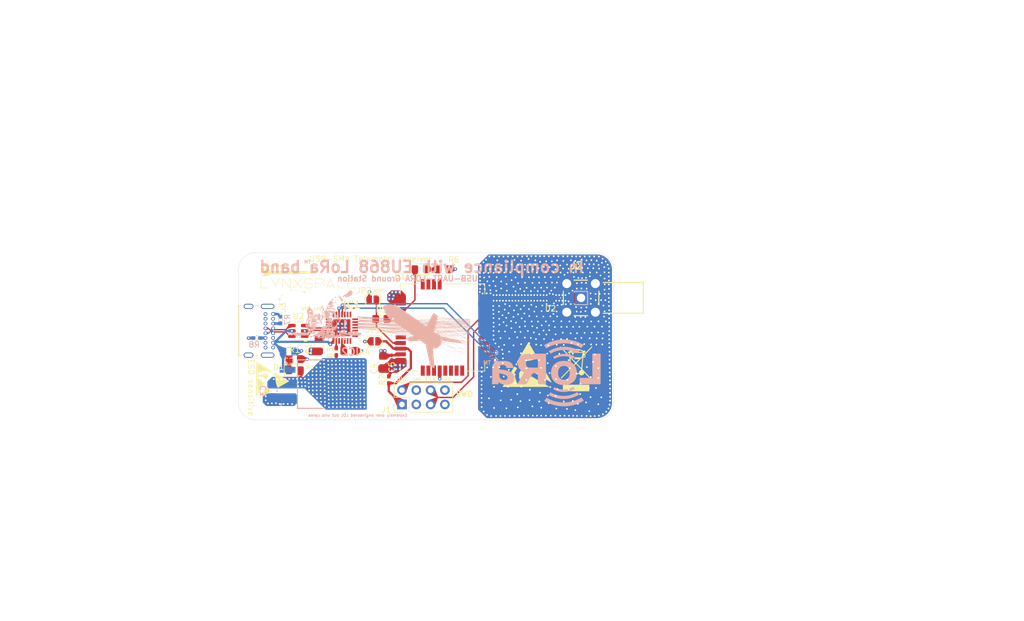
<source format=kicad_pcb>
(kicad_pcb (version 20241229) (generator "pcbnew") (generator_version "9.0")
  (layers (0 "F.Cu" signal) (4 "In1.Cu" signal) (6 "In2.Cu" signal) (2 "B.Cu" signal) (13 "F.Paste" user) (15 "B.Paste" user) (5 "F.SilkS" user "F.Silkscreen") (7 "B.SilkS" user "B.Silkscreen") (1 "F.Mask" user) (3 "B.Mask" user) (25 "Edge.Cuts" user))
  (net 0 "")
  (net 1 "+3V3")
  (net 2 "GND")
  (net 3 "+5V")
  (net 4 "Net-(D1-K)")
  (net 5 "Net-(D2-A2)")
  (net 6 "Net-(IC1-RSTB)")
  (net 8 "D+")
  (net 9 "Net-(IC1-RXD)")
  (net 12 "Net-(IC1-TXD)")
  (net 16 "RST")
  (net 28 "D-")
  (net 29 "Net-(IC1-SUSPENDB)")
  (net 30 "BOOT0")
  (net 32 "Net-(D3-A)")
  (net 33 "Net-(D3-K)")
  (net 34 "/N")
  (net 36 "Net-(J3-CC1)")
  (net 37 "SWCLK")
  (net 38 "SWDIO")
  (net 39 "/P")
  (net 40 "Net-(J3-CC2)")
  (footprint "SamacSys_Parts:QFN50P500X500X80-29N-D" (layer "F.Cu") (at 122.81 98.67)
    (property "Reference" "IC1")
    (property "Value" "CP2102N-A02-GQFN28" (hide yes))
  )
  (footprint "Capacitor_SMD:C_0805_2012Metric_Pad1.18x1.45mm_HandSolder" (layer "F.Cu") (at 130.12 104.7925 -90)
    (property "Reference" "C4")
    (property "Value" "10u")
  )
  (footprint "Symbol:WEEE-Logo_5.6x8mm_SilkScreen" (layer "F.Cu") (at 164.37 105.93)
    (property "Reference" "REF**" (hide yes))
    (property "Value" "WEEE-Logo_5.6x8mm_SilkScreen" (hide yes))
  )
  (footprint "Diode_SMD:D_01005_0402Metric_Pad0.57x0.30mm_HandSolder" (layer "F.Cu") (at 159.76 93.7725 90)
    (property "Reference" "D2")
    (property "Value" "0.35pf")
  )
  (footprint "Resistor_SMD:R_0402_1005Metric_Pad0.72x0.64mm_HandSolder" (layer "F.Cu") (at 121.81 102.9275 90)
    (property "Reference" "R3")
    (property "Value" "1k")
  )
  (footprint "RAK:XCVR_RAK3172-8-SM-NI" (layer "F.Cu") (at 140.65 98.63 -90)
    (property "Reference" "U1")
    (property "Value" "RAK3172-8-SM-NI")
  )
  (footprint "LED_SMD:LED_0805_2012Metric_Pad1.15x1.40mm_HandSolder" (layer "F.Cu") (at 114.435 106.22)
    (property "Reference" "D1")
    (property "Value" "LED")
  )
  (footprint "Package_TO_SOT_SMD:SOT-23-6" (layer "F.Cu") (at 115.0725 99.23 180)
    (property "Reference" "U2")
    (property "Value" "USBLC6-2SC6")
  )
  (footprint "Capacitor_SMD:C_0201_0603Metric_Pad0.64x0.40mm_HandSolder" (layer "F.Cu") (at 131.62 103.9675 -90)
    (property "Reference" "C5")
    (property "Value" "0.1u")
  )
  (footprint "Resistor_SMD:R_0805_2012Metric_Pad1.20x1.40mm_HandSolder" (layer "F.Cu") (at 114.43 104.24)
    (property "Reference" "R1")
    (property "Value" "220")
  )
  (footprint "Resistor_SMD:R_0805_2012Metric_Pad1.20x1.40mm_HandSolder" (layer "F.Cu") (at 124.14 102.77 180)
    (property "Reference" "R4")
    (property "Value" "10k")
  )
  (footprint "USB:GCT_USB4085-GF-A_REVB" (layer "F.Cu") (at 106.2425 99.21 -90)
    (property "Reference" "J3")
    (property "Value" "USB4085-GF-A_REVB")
  )
  (footprint "Resistor_SMD:R_0805_2012Metric_Pad1.20x1.40mm_HandSolder" (layer "F.Cu") (at 129.793641 97.115122)
    (property "Reference" "R5")
    (property "Value" "10k")
  )
  (footprint "Resistor_SMD:R_0805_2012Metric_Pad1.20x1.40mm_HandSolder" (layer "F.Cu") (at 140.81 88.31)
    (property "Reference" "R6")
    (property "Value" "68")
  )
  (footprint "Connector_PinHeader_2.54mm:PinHeader_2x04_P2.54mm_Vertical" (layer "F.Cu") (at 133.46 112.28 90)
    (property "Reference" "J1")
    (property "Value" "Conn_02x04_Odd_Even")
  )
  (footprint "Jumper:SolderJumper-2_P1.3mm_Open_RoundedPad1.0x1.5mm" (layer "F.Cu") (at 128.28 93.69 180)
    (property "Reference" "JP2")
    (property "Value" "Jumper_2_Open")
  )
  (footprint "Symbol:ESD-Logo_6.6x6mm_SilkScreen" (layer "F.Cu") (at 110.565488 107.98074 -90)
    (property "Reference" "REF**" (hide yes))
    (property "Value" "ESD-Logo_6.6x6mm_SilkScreen" (hide yes))
  )
  (footprint "Symbol:ESD-Logo_8.9x8mm_SilkScreen" (layer "F.Cu") (at 155.681095 105.189146)
    (property "Reference" "REF**" (hide yes))
    (property "Value" "ESD-Logo_8.9x8mm_SilkScreen" (hide yes))
  )
  (footprint "LED_SMD:LED_0805_2012Metric_Pad1.15x1.40mm_HandSolder" (layer "F.Cu") (at 136.785 88.29 180)
    (property "Reference" "D3")
    (property "Value" "LED")
  )
  (footprint "LOGO" (layer "F.Cu") (at 116.83 90.91)
    (property "Reference" "G***" (hide yes))
    (property "Value" "LOGO" (hide yes))
  )
  (footprint "Jumper:SolderJumper-2_P1.3mm_Open_RoundedPad1.0x1.5mm" (layer "F.Cu") (at 128.58 101.08 180)
    (property "Reference" "JP1")
    (property "Value" "Jumper_2_Open")
  )
  (footprint "SamacSys_Parts:518144002" (layer "F.Cu") (at 165.235 93.38)
    (property "Reference" "J2")
    (property "Value" "5-1814400-2" (hide yes))
  )
  (footprint "Capacitor_SMD:C_0805_2012Metric_Pad1.18x1.45mm_HandSolder" (layer "F.Cu") (at 118.695 101.775 -90)
    (property "Reference" "C1")
    (property "Value" "10u")
  )
  (footprint "Resistor_SMD:R_0402_1005Metric_Pad0.72x0.64mm_HandSolder" (layer "F.Cu") (at 131.13 107.91 90)
    (property "Reference" "R2")
    (property "Value" "1k")
  )
  (footprint "SamacSys_Parts:TO254P1435X464-4N" (layer "B.Cu") (at 119.37 108.67)
    (property "Reference" "IC2")
    (property "Value" "LM1084IS-3.3_NOPB" (hide yes))
  )
  (footprint "Capacitor_SMD:C_0805_2012Metric_Pad1.18x1.45mm_HandSolder" (layer "B.Cu") (at 110.55 109.8525 -90)
    (property "Reference" "C3")
    (property "Value" "22u")
  )
  (footprint "LOGO" (layer "B.Cu") (at 159.100306 105.994322 180)
    (property "Reference" "G***" (hide yes))
    (property "Value" "LOGO" (hide yes))
  )
  (footprint "Capacitor_SMD:C_0805_2012Metric_Pad1.18x1.45mm_HandSolder" (layer "B.Cu") (at 113.3925 102.9)
    (property "Reference" "C2")
    (property "Value" "10u")
  )
  (footprint "Resistor_SMD:R_0402_1005Metric_Pad0.72x0.64mm_HandSolder" (layer "B.Cu") (at 107.7025 100.5)
    (property "Reference" "R8")
    (property "Value" "5.1k")
  )
  (footprint "Resistor_SMD:R_0402_1005Metric_Pad0.72x0.64mm_HandSolder" (layer "B.Cu") (at 111.91 97.2925 -90)
    (property "Reference" "R7")
    (property "Value" "5.1k")
  )
  (footprint "V5:logo5" (layer "B.Cu") (at 135.605836 99.429699 180)
    (property "Reference" "G***" (hide yes))
    (property "Value" "LOGO" (hide yes))
  )
  (footprint "LOGO" (layer "B.Cu") (at 119.71 96.295 180)
    (property "Reference" "G***" (hide yes))
    (property "Value" "LOGO" (hide yes))
  )
  (gr_line (start 104.45 112) (end 104.45 88.37) (stroke (width 0.05)) (layer "Edge.Cuts"))
  (gr_arc (start 107.45 115) (mid 105.32868 114.12132) (end 104.45 112) (stroke (width 0.05)) (layer "Edge.Cuts"))
  (gr_arc (start 168 85.37) (mid 170.12132 86.24868) (end 171 88.37) (stroke (width 0.05)) (layer "Edge.Cuts"))
  (gr_arc (start 171 112) (mid 170.12132 114.12132) (end 168 115) (stroke (width 0.05)) (layer "Edge.Cuts"))
  (gr_arc (start 104.45 88.37) (mid 105.32868 86.24868) (end 107.45 85.37) (stroke (width 0.05)) (layer "Edge.Cuts"))
  (gr_line (start 107.45 85.37) (end 168 85.37) (stroke (width 0.05)) (layer "Edge.Cuts"))
  (gr_line (start 171 88.37) (end 171 112) (stroke (width 0.05)) (layer "Edge.Cuts"))
  (gr_line (start 168 115) (end 107.45 115) (stroke (width 0.05)) (layer "Edge.Cuts"))
  (gr_text "RESET" (at 129.72 99.62 0) (layer "F.SilkS") (effects (font (size 0.5 0.5) (thickness 0.1) (bold yes)) (justify left bottom)))
  (gr_text "CLK\n" (at 137.52 108.22 0) (layer "F.SilkS") (effects (font (size 0.7 0.7) (thickness 0.14) (bold yes)) (justify left bottom)))
  (gr_text "ESD sensitive" (at 106.1 104.14 270) (layer "F.SilkS") (effects (font (size 1 1) (thickness 0.125)) (justify left bottom)))
  (gr_text "BOOT" (at 128.28 92.44 0) (layer "F.SilkS") (effects (font (size 0.5 0.5) (thickness 0.1) (bold yes)) (justify left bottom)))
  (gr_text "SWD" (at 142.85 111.005 0) (layer "F.SilkS") (effects (font (size 1 1) (thickness 0.2) (bold yes)) (justify left bottom)))
  (gr_text "3V3" (at 140.46 108.15 0) (layer "F.SilkS") (effects (font (size 0.5 0.5) (thickness 0.1) (bold yes)) (justify left bottom)))
  (gr_text "Design by:" (at 108.37 87.94 0) (layer "F.SilkS") (effects (font (size 0.5 0.5) (thickness 0.1) (bold yes)) (justify left bottom)))
  (gr_text "GND" (at 135.31 108.1 0) (layer "F.SilkS") (effects (font (size 0.5 0.5) (thickness 0.1) (bold yes)) (justify left bottom)))
  (gr_text "3V3" (at 116.33 105.97 0) (layer "F.SilkS") (effects (font (size 0.5 0.5) (thickness 0.1) (bold yes)) (justify left bottom)))
  (gr_text "USB-SMA Telemetry receiver" (at 116.93 87.05 0) (layer "F.SilkS") (effects (font (size 1 1) (thickness 0.125)) (justify left bottom)))
  (gr_text "USB-UART" (at 115.58 95.56 0) (layer "F.SilkS") (effects (font (size 0.5 0.5) (thickness 0.1) (bold yes)) (justify left bottom)))
  (gr_text "DIO" (at 132.41 108.2 0) (layer "F.SilkS") (effects (font (size 0.7 0.7) (thickness 0.14) (bold yes)) (justify left bottom)))
  (gr_text "TM" (at 149.32 105.3 0) (layer "B.SilkS") (effects (font (size 0.7 0.7) (thickness 0.14) (bold yes)) (justify left bottom mirror)))
  (gr_text "In compliance with EU868 LoRa band" (at 166 89.05 0) (layer "B.SilkS") (effects (font (size 2 2) (thickness 0.4) (bold yes)) (justify left bottom mirror)))
  (gr_text "TM" (at 117.33 87.35 0) (layer "B.SilkS") (effects (font (size 0.6 0.6) (thickness 0.12) (bold yes)) (justify left bottom mirror)))
  (gr_text "Extremely over engineered LOL but who cares" (at 134.44 114.49 0) (layer "B.SilkS") (effects (font (size 0.5 0.5) (thickness 0.1) (bold yes)) (justify left bottom mirror)))
  (gr_text "USB-UART-LORA Ground Station" (at 147.02 90.53 0) (layer "B.SilkS") (effects (font (size 1 1) (thickness 0.2) (bold yes)) (justify left bottom mirror)))
  (segment (start 115.46 106.22) (end 115.46 107.64) (width 0.4) (layer "F.Cu") (net 1))
  (segment (start 121.82 104.42) (end 121.73 104.51) (width 0.25) (layer "F.Cu") (net 1))
  (segment (start 120.46 99.67) (end 120.46 99.92) (width 0.4) (layer "F.Cu") (net 1))
  (segment (start 127.63 92.36) (end 127.69 92.3) (width 0.25) (layer "F.Cu") (net 1))
  (segment (start 119.76 99.67) (end 119.51 99.92) (width 0.4) (layer "F.Cu") (net 1))
  (segment (start 127.63 93.69) (end 127.63 92.36) (width 0.25) (layer "F.Cu") (net 1))
  (segment (start 120.46 99.92) (end 119.51 99.92) (width 0.4) (layer "F.Cu") (net 1))
  (segment (start 120.46 99.92) (end 120.46 100.17) (width 0.4) (layer "F.Cu") (net 1))
  (segment (start 131.575 104.375) (end 130.12 105.83) (width 0.4) (layer "F.Cu") (net 1))
  (segment (start 118.7275 100.17) (end 118.735 100.1625) (width 0.4) (layer "F.Cu") (net 1))
  (segment (start 118.7275 100.155) (end 118.9625 99.92) (width 0.4) (layer "F.Cu") (net 1))
  (segment (start 118.735 100.1625) (end 119.2675 100.1625) (width 0.4) (layer "F.Cu") (net 1))
  (segment (start 118.7275 100.17) (end 118.7275 100.155) (width 0.4) (layer "F.Cu") (net 1))
  (segment (start 142.89 88.31) (end 142.93 88.27) (width 0.25) (layer "F.Cu") (net 1))
  (segment (start 131.62 104.375) (end 131.575 104.375) (width 0.4) (layer "F.Cu") (net 1))
  (segment (start 131.13 107.04) (end 131.13 107.3125) (width 0.4) (layer "F.Cu") (net 1))
  (segment (start 119.2675 100.1625) (end 119.51 99.92) (width 0.4) (layer "F.Cu") (net 1))
  (segment (start 131.625 104.38) (end 131.62 104.375) (width 0.4) (layer "F.Cu") (net 1))
  (segment (start 120.46 99.67) (end 119.76 99.67) (width 0.4) (layer "F.Cu") (net 1))
  (segment (start 131.68 106.28) (end 131.68 106.49) (width 0.4) (layer "F.Cu") (net 1))
  (segment (start 133.25 104.38) (end 131.625 104.38) (width 0.4) (layer "F.Cu") (net 1))
  (segment (start 115.46 107.64) (end 115.52 107.7) (width 0.4) (layer "F.Cu") (net 1))
  (segment (start 141.81 88.31) (end 142.89 88.31) (width 0.25) (layer "F.Cu") (net 1))
  (segment (start 118.7275 100.17) (end 120.46 100.17) (width 0.4) (layer "F.Cu") (net 1))
  (segment (start 121.81 103.525) (end 121.81 104.14) (width 0.25) (layer "F.Cu") (net 1))
  (segment (start 118.9625 99.92) (end 119.51 99.92) (width 0.4) (layer "F.Cu") (net 1))
  (segment (start 131.68 106.49) (end 131.13 107.04) (width 0.4) (layer "F.Cu") (net 1))
  (via (at 116.93 109.18) (size 0.6) (drill 0.3) (layers "F.Cu" "B.Cu") (net 1))
  (via (at 126.64 105.19) (size 0.6) (drill 0.3) (layers "F.Cu" "B.Cu") (net 1))
  (via (at 133.76 105.32) (size 0.6) (drill 0.3) (layers "F.Cu" "B.Cu") (net 1))
  (via (at 122.55 112.03) (size 0.6) (drill 0.3) (layers "F.Cu" "B.Cu") (net 1))
  (via (at 126.0695 110.69) (size 0.6) (drill 0.3) (layers "F.Cu" "B.Cu") (net 1))
  (via (at 121.16 110.72) (size 0.6) (drill 0.3) (layers "F.Cu" "B.Cu") (net 1))
  (via (at 123.2 109.97) (size 0.6) (drill 0.3) (layers "F.Cu" "B.Cu") (net 1))
  (via (at 125.9895 106.54) (size 0.6) (drill 0.3) (layers "F.Cu" "B.Cu") (net 1))
  (via (at 124.67 112.76) (size 0.6) (drill 0.3) (layers "F.Cu" "B.Cu") (net 1))
  (via (at 126.75 110.7) (size 0.6) (drill 0.3) (layers "F.Cu" "B.Cu") (net 1))
  (via (at 118.28 105.73) (size 0.6) (drill 0.3) (layers "F.Cu" "B.Cu") (net 1))
  (via (at 123.14 106.51) (size 0.6) (drill 0.3) (layers "F.Cu" "B.Cu") (net 1))
  (via (at 121.18 111.4) (size 0.6) (drill 0.3) (layers "F.Cu" "B.Cu") (net 1))
  (via (at 122.44 106.52) (size 0.6) (drill 0.3) (layers "F.Cu" "B.Cu") (net 1))
  (via (at 121.03 104.52) (size 0.6) (drill 0.3) (layers "F.Cu" "B.Cu") (net 1))
  (via (at 120.35 104.54) (size 0.6) (drill 0.3) (layers "F.Cu" "B.Cu") (net 1))
  (via (at 119.02 109.09) (size 0.6) (drill 0.3) (layers "F.Cu" "B.Cu") (net 1))
  (via (at 121.19 112.08) (size 0.6) (drill 0.3) (layers "F.Cu" "B.Cu") (net 1))
  (via (at 124.65 112.09) (size 0.6) (drill 0.3) (layers "F.Cu" "B.Cu") (net 1))
  (via (at 121.14 110.03) (size 0.6) (drill 0.3) (layers "F.Cu" "B.Cu") (net 1))
  (via (at 124.6 110.04) (size 0.6) (drill 0.3) (layers "F.Cu" "B.Cu") (net 1))
  (via (at 122.41 105.16) (size 0.6) (drill 0.3) (layers "F.Cu" "B.Cu") (net 1))
  (via (at 121.13 109.33) (size 0.6) (drill 0.3) (layers "F.Cu" "B.Cu") (net 1))
  (via (at 120.39 107.3) (size 0.6) (drill 0.3) (layers "F.Cu" "B.Cu") (net 1))
  (via (at 119.04 110.46) (size 0.6) (drill 0.3) (layers "F.Cu" "B.Cu") (net 1))
  (via (at 126.0395 109.3) (size 0.6) (drill 0.3) (layers "F.Cu" "B.Cu") (net 1))
  (via (at 123.95 112.08) (size 0.6) (drill 0.3) (layers "F.Cu" "B.Cu") (net 1))
  (via (at 117.65 110.48) (size 0.6) (drill 0.3) (layers "F.Cu" "B.Cu") (net 1))
  (via (at 126.8 112.73) (size 0.6) (drill 0.3) (layers "F.Cu" "B.Cu") (net 1))
  (via (at 121.73 104.51) (size 0.6) (drill 0.3) (layers "F.Cu" "B.Cu") (net 1))
  (via (at 124.62 110.73) (size 0.6) (drill 0.3) (layers "F.Cu" "B.Cu") (net 1))
  (via (at 125.37 111.43) (size 0.6) (drill 0.3) (layers "F.Cu" "B.Cu") (net 1))
  (via (at 112.76 107.75) (size 0.6) (drill 0.3) (layers "F.Cu" "B.Cu") (net 1))
  (via (at 125.24 105.24) (size 0.6) (drill 0.3) (layers "F.Cu" "B.Cu") (net 1))
  (via (at 118.34 110.47) (size 0.6) (drill 0.3) (layers "F.Cu" "B.Cu") (net 1))
  (via (at 120.39 106.59) (size 0.6) (drill 0.3) (layers "F.Cu" "B.Cu") (net 1))
  (via (at 123.16 107.91) (size 0.6) (drill 0.3) (layers "F.Cu" "B.Cu") (net 1))
  (via (at 125.27 106.6) (size 0.6) (drill 0.3) (layers "F.Cu" "B.Cu") (net 1))
  (via (at 122.43 105.84) (size 0.6) (drill 0.3) (layers "F.Cu" "B.Cu") (net 1))
  (via (at 126.72 109.31) (size 0.6) (drill 0.3) (layers "F.Cu" "B.Cu") (net 1))
  (via (at 123.83 105.89) (size 0.6) (drill 0.3) (layers "F.Cu" "B.Cu") (net 1))
  (via (at 119.68 107.03) (size 0.6) (drill 0.3) (layers "F.Cu" "B.Cu") (net 1))
  (via (at 124.58 108.66) (size 0.6) (drill 0.3) (layers "F.Cu" "B.Cu") (net 1))
  (via (at 119.59 104.4) (size 0.6) (drill 0.3) (layers "F.Cu" "B.Cu") (net 1))
  (via (at 120.52 112.77) (size 0.6) (drill 0.3) (layers "F.Cu" "B.Cu") (net 1))
  (via (at 119.03 111.16) (size 0.6) (drill 0.3) (layers "F.Cu" "B.Cu") (net 1))
  (via (at 121.77 105.88) (size 0.6) (drill 0.3) (layers "F.Cu" "B.Cu") (net 1))
  (via (at 123.89 109.33) (size 0.6) (drill 0.3) (layers "F.Cu" "B.Cu") (net 1))
  (via (at 132.36 105.31) (size 0.6) (drill 0.3) (layers "F.Cu" "B.Cu") (net 1))
  (via (at 115.03 108.36) (size 0.6) (drill 0.3) (layers "F.Cu" "B.Cu") (net 1))
  (via (at 116.87 107.1) (size 0.6) (drill 0.3) (layers "F.Cu" "B.Cu") (net 1))
  (via (at 119.68 106.32) (size 0.6) (drill 0.3) (layers "F.Cu" "B.Cu") (net 1))
  (via (at 115.05 109.04) (size 0.6) (drill 0.3) (layers "F.Cu" "B.Cu") (net 1))
  (via (at 121.8 107.96) (size 0.6) (drill 0.3) (layers "F.Cu" "B.Cu") (net 1))
  (via (at 111.39 107.79) (size 0.6) (drill 0.3) (layers "F.Cu" "B.Cu") (net 1))
  (via (at 119.74 109.78) (size 0.6) (drill 0.3) (layers "F.Cu" "B.Cu") (net 1))
  (via (at 125.31 108.68) (size 0.6) (drill 0.3) (layers "F.Cu" "B.Cu") (net 1))
  (via (at 116.31 109.02) (size 0.6) (drill 0.3) (layers "F.Cu" "B.Cu") (net 1))
  (via (at 123.24 111.34) (size 0.6) (drill 0.3) (layers "F.Cu" "B.Cu") (net 1))
  (via (at 123.86 107.97) (size 0.6) (drill 0.3) (layers "F.Cu" "B.Cu") (net 1))
  (via (at 117.6 107.76) (size 0.6) (drill 0.3) (layers "F.Cu" "B.Cu") (net 1))
  (via (at 125.94 104.52) (size 0.6) (drill 0.3) (layers "F.Cu" "B.Cu") (net 1))
  (via (at 119.02 109.77) (size 0.6) (drill 0.3) (layers "F.Cu" "B.Cu") (net 1))
  (via (at 125.95 105.17) (size 0.6) (drill 0.3) (layers "F.Cu" "B.Cu") (net 1))
  (via (at 117.65 109.8) (size 0.6) (drill 0.3) (layers "F.Cu" "B.Cu") (net 1))
  (via (at 121.91 112.74) (size 0.6) (drill 0.3) (layers "F.Cu" "B.Cu") (net 1))
  (via (at 123.92 110.72) (size 0.6) (drill 0.3) (layers "F.Cu" "B.Cu") (net 1))
  (via (at 126.62 104.52) (size 0.6) (drill 0.3) (layers "F.Cu" "B.Cu") (net 1))
  (via (at 120.45 110.05) (size 0.6) (drill 0.3) (layers "F.Cu" "B.Cu") (net 1))
  (via (at 126.66 105.87) (size 0.6) (drill 0.3) (layers "F.Cu" "B.Cu") (net 1))
  (via (at 122.46 107.92) (size 0.6) (drill 0.3) (layers "F.Cu" "B.Cu") (net 1))
  (via (at 117.6 106.41) (size 0.6) (drill 0.3) (layers "F.Cu" "B.Cu") (net 1))
  (via (at 124.49 104.53) (size 0.6) (drill 0.3) (layers "F.Cu" "B.Cu") (net 1))
  (via (at 132.41 106.04) (size 0.6) (drill 0.3) (layers "F.Cu" "B.Cu") (net 1))
  (via (at 126.77 111.38) (size 0.6) (drill 0.3) (layers "F.Cu" "B.Cu") (net 1))
  (via (at 125.27 107.31) (size 0.6) (drill 0.3) (layers "F.Cu" "B.Cu") (net 1))
  (via (at 112.07 107.77) (size 0.6) (drill 0.3) (layers "F.Cu" "B.Cu") (net 1))
  (via (at 121.05 105.21) (size 0.6) (drill 0.3) (layers "F.Cu" "B.Cu") (net 1))
  (via (at 120.47 110.74) (size 0.6) (drill 0.3) (layers "F.Cu" "B.Cu") (net 1))
  (via (at 125.32 109.36) (size 0.6) (drill 0.3) (layers "F.Cu" "B.Cu") (net 1))
  (via (at 118.99 106.4) (size 0.6) (drill 0.3) (layers "F.Cu" "B.Cu") (net 1))
  (via (at 123.19 109.27) (size 0.6) (drill 0.3) (layers "F.Cu" "B.Cu") (net 1))
  (via (at 117.62 108.44) (size 0.6) (drill 0.3) (layers "F.Cu" "B.Cu") (net 1))
  (via (at 126.1195 112.72) (size 0.6) (drill 0.3) (layers "F.Cu" "B.Cu") (net 1))
  (via (at 122.44 107.23) (size 0.6) (drill 0.3) (layers "F.Cu" "B.Cu") (net 1))
  (via (at 119.78 111.15) (size 0.6) (drill 0.3) (layers "F.Cu" "B.Cu") (net 1))
  (via (at 124.56 107.98) (size 0.6) (drill 0.3) (layers "F.Cu" "B.Cu") (net 1))
  (via (at 124.54 106.58) (size 0.6) (drill 0.3) (layers "F.Cu" "B.Cu") (net 1))
  (via (at 122.39 104.47) (size 0.6) (drill 0.3) (layers "F.Cu" "B.Cu") (net 1))
  (via (at 123.18 108.59) (size 0.6) (drill 0.3) (layers "F.Cu" "B.Cu") (net 1))
  (via (at 125.38 112.11) (size 0.6) (drill 0.3) (layers "F.Cu" "B.Cu") (net 1))
  (via (at 123.09 104.46) (size 0.6) (drill 0.3) (layers "F.Cu" "B.Cu") (net 1))
  (via (at 121.78 106.56) (size 0.6) (drill 0.3) (layers "F.Cu" "B.Cu") (net 1))
  (via (at 123.27 112.69) (size 0.6) (drill 0.3) (layers "F.Cu" "B.Cu") (net 1))
  (via (at 119.67 105.64) (size 0.6) (drill 0.3) (layers "F.Cu" "B.Cu") (net 1))
  (via (at 119.79 111.83) (size 0.6) (drill 0.3) (layers "F.Cu" "B.Cu") (net 1))
  (via (at 119.7 107.72) (size 0.6) (drill 0.3) (layers "F.Cu" "B.Cu") (net 1))
  (via (at 110.71 107.8) (size 0.6) (drill 0.3) (layers "F.Cu" "B.Cu") (net 1))
  (via (at 124.54 107.29) (size 0.6) (drill 0.3) (layers "F.Cu" "B.Cu") (net 1))
  (via (at 125.22 104.55) (size 0.6) (drill 0.3) (layers "F.Cu" "B.Cu") (net 1))
  (via (at 118.28 107.06) (size 0.6) (drill 0.3) (layers "F.Cu" "B.Cu") (net 1))
  (via (at 119.73 109.08) (size 0.6) (drill 0.3) (layers "F.Cu" "B.Cu") (net 1))
  (via (at 117.58 107.07) (size 0.6) (drill 0.3) (layers "F.Cu" "B.Cu") (net 1))
  (via (at 119.13 111.81) (size 0.6) (drill 0.3) (layers "F.Cu" "B.Cu") (net 1))
  (via (at 126.69 107.95) (size 0.6) (drill 0.3) (layers "F.Cu" "B.Cu") (net 1))
  (via (at 126.78 112.06) (size 0.6) (drill 0.3) (layers "F.Cu" "B.Cu") (net 1))
  (via (at 116.9 107.82) (size 0.6) (drill 0.3) (layers "F.Cu" "B.Cu") (net 1))
  (via (at 122.48 108.6) (size 0.6) (drill 0.3) (layers "F.Cu" "B.Cu") (net 1))
  (via (at 121.21 112.73) (size 0.6) (drill 0.3) (layers "F.Cu" "B.Cu") (net 1))
  (via (at 123.22 110.66) (size 0.6) (drill 0.3) (layers "F.Cu" "B.Cu") (net 1))
  (via (at 119.76 110.47) (size 0.6) (drill 0.3) (layers "F.Cu" "B.Cu") (net 1))
  (via (at 113.47 107.75) (size 0.6) (drill 0.3) (layers "F.Cu" "B.Cu") (net 1))
  (via (at 125.9795 105.86) (size 0.6) (drill 0.3) (layers "F.Cu" "B.Cu") (net 1))
  (via (at 122.5 109.98) (size 0.6) (drill 0.3) (layers "F.Cu" "B.Cu") (net 1))
  (via (at 120.41 105.24) (size 0.6) (drill 0.3) (layers "F.Cu" "B.Cu") (net 1))
  (via (at 123.94 111.4) (size 0.6) (drill 0.3) (layers "F.Cu" "B.Cu") (net 1))
  (via (at 118.3 107.75) (size 0.6) (drill 0.3) (layers "F.Cu" "B.Cu") (net 1))
  (via (at 121.12 108.65) (size 0.6) (drill 0.3) (layers "F.Cu" "B.Cu") (net 1))
  (via (at 116.99 109.79) (size 0.6) (drill 0.3) (layers "F.Cu" "B.Cu") (net 1))
  (via (at 118.97 107.04) (size 0.6) (drill 0.3) (layers "F.Cu" "B.Cu") (net 1))
  (via (at 121.86 110.71) (size 0.6) (drill 0.3) (layers "F.Cu" "B.Cu") (net 1))
  (via (at 126.67 107.26) (size 0.6) (drill 0.3) (layers "F.Cu" "B.Cu") (net 1))
  (via (at 123.79 104.52) (size 0.6) (drill 0.3) (layers "F.Cu" "B.Cu") (net 1))
  (via (at 118.29 106.41) (size 0.6) (drill 0.3) (layers "F.Cu" "B.Cu") (net 1))
  (via (at 126.0495 110) (size 0.6) (drill 0.3) (layers "F.Cu" "B.Cu") (net 1))
  (via (at 123.97 112.73) (size 0.6) (drill 0.3) (layers "F.Cu" "B.Cu") (net 1))
  (via (at 123.88 108.65) (size 0.6) (drill 0.3) (layers "F.Cu" "B.Cu") (net 1))
  (via (at 123.9 110.03) (size 0.6) (drill 0.3) (layers "F.Cu" "B.Cu") (net 1))
  (via (at 117.63 109.12) (size 0.6) (drill 0.3) (layers "F.Cu" "B.Cu") (net 1))
  (via (at 131.68 106.28) (size 0.6) (drill 0.3) (layers "F.Cu" "B.Cu") (net 1))
  (via (at 123.84 107.28) (size 0.6) (drill 0.3) (layers "F.Cu" "B.Cu") (net 1))
  (via (at 118.97 105.02) (size 0.6) (drill 0.3) (layers "F.Cu" "B.Cu") (net 1))
  (via (at 120.5 112.1) (size 0.6) (drill 0.3) (layers "F.Cu" "B.Cu") (net 1))
  (via (at 120.38 105.91) (size 0.6) (drill 0.3) (layers "F.Cu" "B.Cu") (net 1))
  (via (at 116.29 108.34) (size 0.6) (drill 0.3) (layers "F.Cu" "B.Cu") (net 1))
  (via (at 121.08 106.57) (size 0.6) (drill 0.3) (layers "F.Cu" "B.Cu") (net 1))
  (via (at 122.52 110.67) (size 0.6) (drill 0.3) (layers "F.Cu" "B.Cu") (net 1))
  (via (at 124.59 109.34) (size 0.6) (drill 0.3) (layers "F.Cu" "B.Cu") (net 1))
  (via (at 124.51 105.22) (size 0.6) (drill 0.3) (layers "F.Cu" "B.Cu") (net 1))
  (via (at 118.32 108.43) (size 0.6) (drill 0.3) (layers "F.Cu" "B.Cu") (net 1))
  (via (at 121.84 110.02) (size 0.6) (drill 0.3) (layers "F.Cu" "B.Cu") (net 1))
  (via (at 120.44 109.35) (size 0.6) (drill 0.3) (layers "F.Cu" "B.Cu") (net 1))
  (via (at 126.0895 111.37) (size 0.6) (drill 0.3) (layers "F.Cu" "B.Cu") (net 1))
  (via (at 121.08 107.28) (size 0.6) (drill 0.3) (layers "F.Cu" "B.Cu") (net 1))
  (via (at 118.7275 100.17) (size 0.6) (drill 0.3) (layers "F.Cu" "B.Cu") (net 1))
  (via (at 115.52 107.7) (size 0.6) (drill 0.3) (layers "F.Cu" "B.Cu") (net 1))
  (via (at 127.69 92.3) (size 0.6) (drill 0.3) (layers "F.Cu" "B.Cu") (net 1))
  (via (at 121.82 108.64) (size 0.6) (drill 0.3) (layers "F.Cu" "B.Cu") (net 1))
  (via (at 120.41 107.99) (size 0.6) (drill 0.3) (layers "F.Cu" "B.Cu") (net 1))
  (via (at 122.57 112.7) (size 0.6) (drill 0.3) (layers "F.Cu" "B.Cu") (net 1))
  (via (at 124.64 111.41) (size 0.6) (drill 0.3) (layers "F.Cu" "B.Cu") (net 1))
  (via (at 121.07 105.89) (size 0.6) (drill 0.3) (layers "F.Cu" "B.Cu") (net 1))
  (via (at 125.35 110.75) (size 0.6) (drill 0.3) (layers "F.Cu" "B.Cu") (net 1))
  (via (at 123.11 105.15) (size 0.6) (drill 0.3) (layers "F.Cu" "B.Cu") (net 1))
  (via (at 118.32 109.78) (size 0.6) (drill 0.3) (layers "F.Cu" "B.Cu") (net 1))
  (via (at 142.93 88.27) (size 0.6) (drill 0.3) (layers "F.Cu" "B.Cu") (net 1))
  (via (at 119.81 112.5) (size 0.6) (drill 0.3) (layers "F.Cu" "B.Cu") (net 1))
  (via (at 126.0995 112.05) (size 0.6) (drill 0.3) (layers "F.Cu" "B.Cu") (net 1))
  (via (at 121.83 109.32) (size 0.6) (drill 0.3) (layers "F.Cu" "B.Cu") (net 1))
  (via (at 119.64 105.07) (size 0.6) (drill 0.3) (layers "F.Cu" "B.Cu") (net 1))
  (via (at 123.14 107.22) (size 0.6) (drill 0.3) (layers "F.Cu" "B.Cu") (net 1))
  (via (at 126.67 106.55) (size 0.6) (drill 0.3) (layers "F.Cu" "B.Cu") (net 1))
  (via (at 121.78 107.27) (size 0.6) (drill 0.3) (layers "F.Cu" "B.Cu") (net 1))
  (via (at 125.9895 107.25) (size 0.6) (drill 0.3) (layers "F.Cu" "B.Cu") (net 1))
  (via (at 120.49 111.42) (size 0.6) (drill 0.3) (layers "F.Cu" "B.Cu") (net 1))
  (via (at 126.71 108.63) (size 0.6) (drill 0.3) (layers "F.Cu" "B.Cu") (net 1))
  (via (at 114.83 107.72) (size 0.6) (drill 0.3) (layers "F.Cu" "B.Cu") (net 1))
  (via (at 126.73 110.01) (size 0.6) (drill 0.3) (layers "F.Cu" "B.Cu") (net 1))
  (via (at 118.33 109.11) (size 0.6) (drill 0.3) (layers "F.Cu" "B.Cu") (net 1))
  (via (at 118.38 111.12) (size 0.6) (drill 0.3) (layers "F.Cu" "B.Cu") (net 1))
  (via (at 122.54 111.35) (size 0.6) (drill 0.3) (layers "F.Cu" "B.Cu") (net 1))
  (via (at 133.08 105.99) (size 0.6) (drill 0.3) (layers "F.Cu" "B.Cu") (net 1))
  (via (at 121.75 105.2) (size 0.6) (drill 0.3) (layers "F.Cu" "B.Cu") (net 1))
  (via (at 126.0295 108.62) (size 0.6) (drill 0.3) (layers "F.Cu" "B.Cu") (net 1))
  (via (at 115.7 109.04) (size 0.6) (drill 0.3) (layers "F.Cu" "B.Cu") (net 1))
  (via (at 116.22 107.69) (size 0.6) (drill 0.3) (layers "F.Cu" "B.Cu") (net 1))
  (via (at 121.89 112.07) (size 0.6) (drill 0.3) (layers "F.Cu" "B.Cu") (net 1))
  (via (at 123.13 105.83) (size 0.6) (drill 0.3) (layers "F.Cu" "B.Cu") (net 1))
  (via (at 114.15 107.74) (size 0.6) (drill 0.3) (layers "F.Cu" "B.Cu") (net 1))
  (via (at 120.43 108.67) (size 0.6) (drill 0.3) (layers "F.Cu" "B.Cu") (net 1))
  (via (at 121.88 111.39) (size 0.6) (drill 0.3) (layers "F.Cu" "B.Cu") (net 1))
  (via (at 115.68 108.36) (size 0.6) (drill 0.3) (layers "F.Cu" "B.Cu") (net 1))
  (via (at 121.1 107.97) (size 0.6) (drill 0.3) (layers "F.Cu" "B.Cu") (net 1))
  (via (at 133.09 105.32) (size 0.6) (drill 0.3) (layers "F.Cu" "B.Cu") (net 1))
  (via (at 125.33 110.06) (size 0.6) (drill 0.3) (layers "F.Cu" "B.Cu") (net 1))
  (via (at 125.29 108) (size 0.6) (drill 0.3) (layers "F.Cu" "B.Cu") (net 1))
  (via (at 123.81 105.21) (size 0.6) (drill 0.3) (layers "F.Cu" "B.Cu") (net 1))
  (via (at 122.49 109.28) (size 0.6) (drill 0.3) (layers "F.Cu" "B.Cu") (net 1))
  (via (at 118.98 105.72) (size 0.6) (drill 0.3) (layers "F.Cu" "B.Cu") (net 1))
  (via (at 119.01 108.41) (size 0.6) (drill 0.3) (layers "F.Cu" "B.Cu") (net 1))
  (via (at 119.72 108.4) (size 0.6) (drill 0.3) (layers "F.Cu" "B.Cu") (net 1))
  (via (at 125.26 105.92) (size 0.6) (drill 0.3) (layers "F.Cu" "B.Cu") (net 1))
  (via (at 125.4 112.76) (size 0.6) (drill 0.3) (layers "F.Cu" "B.Cu") (net 1))
  (via (at 131.65 105.5) (size 0.6) (drill 0.3) (layers "F.Cu" "B.Cu") (net 1))
  (via (at 118.99 107.73) (size 0.6) (drill 0.3) (layers "F.Cu" "B.Cu") (net 1))
  (via (at 124.53 105.9) (size 0.6) (drill 0.3) (layers "F.Cu" "B.Cu") (net 1))
  (via (at 126.0095 107.94) (size 0.6) (drill 0.3) (layers "F.Cu" "B.Cu") (net 1))
  (via (at 123.84 106.57) (size 0.6) (drill 0.3) (layers "F.Cu" "B.Cu") (net 1))
  (via (at 116.92 108.5) (size 0.6) (drill 0.3) (layers "F.Cu" "B.Cu") (net 1))
  (via (at 123.25 112.02) (size 0.6) (drill 0.3) (layers "F.Cu" "B.Cu") (net 1))
  (segment (start 110.695 108.67) (end 110.55 108.815) (width 0.4) (layer "B.Cu") (net 1))
  (segment (start 130.793641 97.115122) (end 131.854878 97.115122) (width 0.4) (layer "F.Cu") (net 2))
  (segment (start 130.04 102.8) (end 130.39 102.8) (width 0.4) (layer "F.Cu") (net 2))
  (segment (start 131.62 103.56) (end 130.315 103.56) (width 0.4) (layer "F.Cu") (net 2))
  (segment (start 116.61 104.24) (end 116.65 104.28) (width 0.4) (layer "F.Cu") (net 2))
  (segment (start 130.12 102.88) (end 130.12 103.755) (width 0.4) (layer "F.Cu") (net 2))
  (segment (start 129.73 102.8) (end 130.04 102.8) (width 0.4) (layer "F.Cu") (net 2))
  (segment (start 131.62 103.56) (end 133.07 103.56) (width 0.4) (layer "F.Cu") (net 2))
  (segment (start 130.39 102.8) (end 130.42 102.77) (width 0.4) (layer "F.Cu") (net 2))
  (segment (start 125.14 102.77) (end 126.23 102.77) (width 0.4) (layer "F.Cu") (net 2))
  (segment (start 115.43 104.24) (end 116.61 104.24) (width 0.4) (layer "F.Cu") (net 2))
  (segment (start 131.854878 97.115122) (end 131.88 97.09) (width 0.2) (layer "F.Cu") (net 2))
  (segment (start 140.15 107.72) (end 140.16 107.73) (width 0.4) (layer "F.Cu") (net 2))
  (segment (start 129.73 103.365) (end 130.12 103.755) (width 0.4) (layer "F.Cu") (net 2))
  (segment (start 130.42 102.77) (end 130.42 103.455) (width 0.4) (layer "F.Cu") (net 2))
  (segment (start 133.07 103.56) (end 133.25 103.38) (width 0.4) (layer "F.Cu") (net 2))
  (segment (start 126.23 102.77) (end 126.25 102.79) (width 0.4) (layer "F.Cu") (net 2))
  (segment (start 120.46 98.17) (end 122.31 98.17) (width 0.25) (layer "F.Cu") (net 2))
  (segment (start 127.89 101.12) (end 127.93 101.08) (width 0.2) (layer "F.Cu") (net 2))
  (segment (start 129.73 102.8) (end 129.73 103.365) (width 0.4) (layer "F.Cu") (net 2))
  (segment (start 130.315 103.56) (end 130.12 103.755) (width 0.4) (layer "F.Cu") (net 2))
  (segment (start 130.04 102.8) (end 130.12 102.88) (width 0.4) (layer "F.Cu") (net 2))
  (segment (start 130.42 103.455) (end 130.12 103.755) (width 0.4) (layer "F.Cu") (net 2))
  (segment (start 122.31 98.17) (end 122.81 98.67) (width 0.25) (layer "F.Cu") (net 2))
  (segment (start 140.15 106.28) (end 140.15 107.72) (width 0.4) (layer "F.Cu") (net 2))
  (segment (start 126.86 101.12) (end 127.89 101.12) (width 0.4) (layer "F.Cu") (net 2))
  (via (at 167.56 86.03) (size 0.6) (drill 0.3) (layers "F.Cu" "B.Cu") (net 2))
  (via (at 161.90887 92.88) (size 0.5) (drill 0.3) (layers "F.Cu" "B.Cu") (net 2))
  (via (at 160.21 100.76) (size 0.6) (drill 0.3) (layers "F.Cu" "B.Cu") (net 2))
  (via (at 154.63 109.11) (size 0.6) (drill 0.3) (layers "F.Cu" "B.Cu") (net 2))
  (via (at 161.354516 93.88) (size 0.5) (drill 0.3) (layers "F.Cu" "B.Cu") (net 2))
  (via (at 160.97 86.73) (size 0.6) (drill 0.3) (layers "F.Cu" "B.Cu") (net 2))
  (via (at 167.03 97.56) (size 0.6) (drill 0.3) (layers "F.Cu" "B.Cu") (net 2))
  (via (at 161.23 89.68) (size 0.6) (drill 0.3) (layers "F.Cu" "B.Cu") (net 2))
  (via (at 166 95.73) (size 0.6) (drill 0.3) (layers "F.Cu" "B.Cu") (net 2))
  (via (at 164.51 99.64) (size 0.6) (drill 0.3) (layers "F.Cu" "B.Cu") (net 2))
  (via (at 161.98 99.55) (size 0.6) (drill 0.3) (layers "F.Cu" "B.Cu") (net 2))
  (via (at 154.06 96.29) (size 0.6) (drill 0.3) (layers "F.Cu" "B.Cu") (net 2))
  (via (at 166.35 98.48) (size 0.6) (drill 0.3) (layers "F.Cu" "B.Cu") (net 2))
  (via (at 155.256612 93.88) (size 0.5) (drill 0.3) (layers "F.Cu" "B.Cu") (net 2))
  (via (at 170.21 95.58) (size 0.6) (drill 0.3) (layers "F.Cu" "B.Cu") (net 2))
  (via (at 159.35 110.68) (size 0.6) (drill 0.3) (layers "F.Cu" "B.Cu") (net 2))
  (via (at 164.78 87.36) (size 0.6) (drill 0.3) (layers "F.Cu" "B.Cu") (net 2))
  (via (at 169.41 89.94) (size 0.6) (drill 0.3) (layers "F.Cu" "B.Cu") (net 2))
  (via (at 153.93 110.45) (size 0.6) (drill 0.3) (layers "F.Cu" "B.Cu") (net 2))
  (via (at 147.32 91.78) (size 0.6) (drill 0.3) (layers "F.Cu" "B.Cu") (net 2))
  (via (at 162.16 101.71) (size 0.6) (drill 0.3) (layers "F.Cu" "B.Cu") (net 2))
  (via (at 156.15 109.67) (size 0.6) (drill 0.3) (layers "F.Cu" "B.Cu") (net 2))
  (via (at 154.79 86.03) (size 0.6) (drill 0.3) (layers "F.Cu" "B.Cu") (net 2))
  (via (at 123.51 97.98) (size 0.6) (drill 0.3) (layers "F.Cu" "B.Cu") (net 2))
  (via (at 159.08 99.86) (size 0.6) (drill 0.3) (layers "F.Cu" "B.Cu") (net 2))
  (via (at 154.07 87.48) (size 0.6) (drill 0.3) (layers "F.Cu" "B.Cu") (net 2))
  (via (at 159.1 94.46) (size 0.5) (drill 0.3) (layers "F.Cu" "B.Cu") (net 2))
  (via (at 149.72 88.93) (size 0.6) (drill 0.3) (layers "F.Cu" "B.Cu") (net 2))
  (via (at 165.34 114.31) (size 0.6) (drill 0.3) (layers "F.Cu" "B.Cu") (net 2))
  (via (at 167.49 87.41) (size 0.6) (drill 0.3) (layers "F.Cu" "B.Cu") (net 2))
  (via (at 152.47 102.92) (size 0.6) (drill 0.3) (layers "F.Cu" "B.Cu") (net 2))
  (via (at 152.01 98.29) (size 0.6) (drill 0.3) (layers "F.Cu" "B.Cu") (net 2))
  (via (at 155.63 85.98) (size 0.6) (drill 0.3) (layers "F.Cu" "B.Cu") (net 2))
  (via (at 159.04 86.89) (size 0.6) (drill 0.3) (layers "F.Cu" "B.Cu") (net 2))
  (via (at 166.76 100.54) (size 0.6) (drill 0.3) (layers "F.Cu" "B.Cu") (net 2))
  (via (at 151.87 89.6) (size 0.6) (drill 0.3) (layers "F.Cu" "B.Cu") (net 2))
  (via (at 156.6 112.62) (size 0.6) (drill 0.3) (layers "F.Cu" "B.Cu") (net 2))
  (via (at 169.4 95.77) (size 0.6) (drill 0.3) (layers "F.Cu" "B.Cu") (net 2))
  (via (at 149.57 87.49) (size 0.6) (drill 0.3) (layers "F.Cu" "B.Cu") (net 2))
  (via (at 160.58 98.56) (size 0.6) (drill 0.3) (layers "F.Cu" "B.Cu") (net 2))
  (via (at 151.36 103.29) (size 0.6) (drill 0.3) (layers "F.Cu" "B.Cu") (net 2))
  (via (at 170.21 97) (size 0.6) (drill 0.3) (layers "F.Cu" "B.Cu") (net 2))
  (via (at 158.582741 92.88) (size 0.5) (drill 0.3) (layers "F.Cu" "B.Cu") (net 2))
  (via (at 147.59 111.95) (size 0.6) (drill 0.3) (layers "F.Cu" "B.Cu") (net 2))
  (via (at 153.33 95.59) (size 0.6) (drill 0.3) (layers "F.Cu" "B.Cu") (net 2))
  (via (at 110.38 112.08) (size 0.6) (drill 0.3) (layers "F.Cu" "B.Cu") (net 2))
  (via (at 160.71 99.83) (size 0.6) (drill 0.3) (layers "F.Cu" "B.Cu") (net 2))
  (via (at 150.94 114.33) (size 0.6) (drill 0.3) (layers "F.Cu" "B.Cu") (net 2))
  (via (at 152.484838 92.88) (size 0.5) (drill 0.3) (layers "F.Cu" "B.Cu") (net 2))
  (via (at 158.66 100.68) (size 0.6) (drill 0.3) (layers "F.Cu" "B.Cu") (net 2))
  (via (at 150.65 99.31) (size 0.6) (drill 0.3) (layers "F.Cu" "B.Cu") (net 2))
  (via (at 164.36 86.02) (size 0.6) (drill 0.3) (layers "F.Cu" "B.Cu") (net 2))
  (via (at 159.66 92.61) (size 0.5) (drill 0.3) (layers "F.Cu" "B.Cu") (net 2))
  (via (at 152.07 92.09) (size 0.6) (drill 0.3) (layers "F.Cu" "B.Cu") (net 2))
  (via (at 161.04 109.55) (size 0.6) (drill 0.3) (layers "F.Cu" "B.Cu") (net 2))
  (via (at 161.04 94.7) (size 0.6) (drill 0.3) (layers "F.Cu" "B.Cu") (net 2))
  (via (at 152.27 86.03) (size 0.6) (drill 0.3) (layers "F.Cu" "B.Cu") (net 2))
  (via (at 163.58 87.66) (size 0.6) (drill 0.3) (layers "F.Cu" "B.Cu") (net 2))
  (via (at 153.24 96.75) (size 0.6) (drill 0.3) (layers "F.Cu" "B.Cu") (net 2))
  (via (at 161.79 94.59) (size 0.6) (drill 0.3) (layers "F.Cu" "B.Cu") (net 2))
  (via (at 170.38 110.92) (size 0.6) (drill 0.3) (layers "F.Cu" "B.Cu") (net 2))
  (via (at 160.62 87.54) (size 0.6) (drill 0.3) (layers "F.Cu" "B.Cu") (net 2))
  (via (at 162.74 100.68) (size 0.6) (drill 0.3) (layers "F.Cu" "B.Cu") (net 2))
  (via (at 164.94 98.51) (size 0.6) (drill 0.3) (layers "F.Cu" "B.Cu") (net 2))
  (via (at 170.16 94.08) (size 0.6) (drill 0.3) (layers "F.Cu" "B.Cu") (net 2))
  (via (at 170.15 88.88) (size 0.6) (drill 0.3) (layers "F.Cu" "B.Cu") (net 2))
  (via (at 131.73 92.39) (size 0.6) (drill 0.3) (layers "F.Cu" "B.Cu") (net 2))
  (via (at 155.3 87.48) (size 0.6) (drill 0.3) (layers "F.Cu" "B.Cu") (net 2))
  (via (at 122.16 97.99) (size 0.6) (drill 0.3) (layers "F.Cu" "B.Cu") (net 2))
  (via (at 170.19 91.77) (size 0.6) (drill 0.3) (layers "F.Cu" "B.Cu") (net 2))
  (via (at 169.21 94.74) (size 0.6) (drill 0.3) (layers "F.Cu" "B.Cu") (net 2))
  (via (at 156.365322 92.88) (size 0.5) (drill 0.3) (layers "F.Cu" "B.Cu") (net 2))
  (via (at 160.81 107.78) (size 0.6) (drill 0.3) (layers "F.Cu" "B.Cu") (net 2))
  (via (at 161.21 85.99) (size 0.6) (drill 0.3) (layers "F.Cu" "B.Cu") (net 2))
  (via (at 156.67 114.26) (size 0.6) (drill 0.3) (layers "F.Cu" "B.Cu") (net 2))
  (via (at 111.1 112.05) (size 0.6) (drill 0.3) (layers "F.Cu" "B.Cu") (net 2))
  (via (at 167.65 114.34) (size 0.6) (drill 0.3) (layers "F.Cu" "B.Cu") (net 2))
  (via (at 170.31 106.6) (size 0.6) (drill 0.3) (layers "F.Cu" "B.Cu") (net 2))
  (via (at 152.82 97.51) (size 0.6) (drill 0.3) (layers "F.Cu" "B.Cu") (net 2))
  (via (at 149.68 96.23) (size 0.6) (drill 0.3) (layers "F.Cu" "B.Cu") (net 2))
  (via (at 166.6 109.41) (size 0.6) (drill 0.3) (layers "F.Cu" "B.Cu") (net 2))
  (via (at 167.83 93.77) (size 0.6) (drill 0.3) (layers "F.Cu" "B.Cu") (net 2))
  (via (at 167.4 88.11) (size 0.6) (drill 0.3) (layers "F.Cu" "B.Cu") (net 2))
  (via (at 163.62 86.01) (size 0.6) (drill 0.3) (layers "F.Cu" "B.Cu") (net 2))
  (via (at 160.36 97.53) (size 0.6) (drill 0.3) (layers "F.Cu" "B.Cu") (net 2))
  (via (at 168.29 112.25) (size 0.6) (drill 0.3) (layers "F.Cu" "B.Cu") (net 2))
  (via (at 163.87 88.87) (size 0.6) (drill 0.3) (layers "F.Cu" "B.Cu") (net 2))
  (via (at 169.55 93.78) (size 0.6) (drill 0.3) (layers "F.Cu" "B.Cu") (net 2))
  (via (at 165.79 101.57) (size 0.6) (drill 0.3) (layers "F.Cu" "B.Cu") (net 2))
  (via (at 155.810967 93.88) (size 0.5) (drill 0.3) (layers "F.Cu" "B.Cu") (net 2))
  (via (at 147.42 87.57) (size 0.6) (drill 0.3) (layers "F.Cu" "B.Cu") (net 2))
  (via (at 151.06 90.47) (size 0.6) (drill 0.3) (layers "F.Cu" "B.Cu") (net 2))
  (via (at 157.41 114.27) (size 0.6) (drill 0.3) (layers "F.Cu" "B.Cu") (net 2))
  (via (at 163.02 94) (size 0.5) (drill 0.3) (layers "F.Cu" "B.Cu") (net 2))
  (via (at 157.56 92.18) (size 0.6) (drill 0.3) (layers "F.Cu" "B.Cu") (net 2))
  (via (at 156.919677 92.88) (size 0.5) (drill 0.3) (layers "F.Cu" "B.Cu") (net 2))
  (via (at 168.82 111.02) (size 0.6) (drill 0.3) (layers "F.Cu" "B.Cu") (net 2))
  (via (at 155.3 98.41) (size 0.6) (drill 0.3) (layers "F.Cu" "B.Cu") (net 2))
  (via (at 162.3 114.29) (size 0.6) (drill 0.3) (layers "F.Cu" "B.Cu") (net 2))
  (via (at 162.05 86.01) (size 0.6) (drill 0.3) (layers "F.Cu" "B.Cu") (net 2))
  (via (at 147.28 92.33) (size 0.6) (drill 0.3) (layers "F.Cu" "B.Cu") (net 2))
  (via (at 131.18 93.55) (size 0.6) (drill 0.3) (layers "F.Cu" "B.Cu") (net 2))
  (via (at 106.25 100.51) (size 0.6) (drill 0.3) (layers "F.Cu" "B.Cu") (net 2))
  (via (at 151.51 107.33) (size 0.6) (drill 0.3) (layers "F.Cu" "B.Cu") (net 2))
  (via (at 152.82 111.45) (size 0.6) (drill 0.3) (layers "F.Cu" "B.Cu") (net 2))
  (via (at 150.65 102.05) (size 0.6) (drill 0.3) (layers "F.Cu" "B.Cu") (net 2))
  (via (at 157.37 96.66) (size 0.6) (drill 0.3) (layers "F.Cu" "B.Cu") (net 2))
  (via (at 150.267419 92.88) (size 0.5) (drill 0.3) (layers "F.Cu" "B.Cu") (net 2))
  (via (at 170.28 102.91) (size 0.6) (drill 0.3) (layers "F.Cu" "B.Cu") (net 2))
  (via (at 151.930483 92.88) (size 0.5) (drill 0.3) (layers "F.Cu" "B.Cu") (net 2))
  (via (at 169.61 86.92) (size 0.6) (drill 0.3) (layers "F.Cu" "B.Cu") (net 2))
  (via (at 152.36 96.07) (size 0.6) (drill 0.3) (layers "F.Cu" "B.Cu") (net 2))
  (via (at 149.03 88.26) (size 0.6) (drill 0.3) (layers "F.Cu" "B.Cu") (net 2))
  (via (at 153.593548 93.88) (size 0.5) (drill 0.3) (layers "F.Cu" "B.Cu") (net 2))
  (via (at 165.18 95.85) (size 0.6) (drill 0.3) (layers "F.Cu" "B.Cu") (net 2))
  (via (at 147.32 90.34) (size 0.6) (drill 0.3) (layers "F.Cu" "B.Cu") (net 2))
  (via (at 162.86 88.9) (size 0.6) (drill 0.3) (layers "F.Cu" "B.Cu") (net 2))
  (via (at 167.95 101.66) (size 0.6) (drill 0.3) (layers "F.Cu" "B.Cu") (net 2))
  (via (at 109.68 112.09) (size 0.6) (drill 0.3) (layers "F.Cu" "B.Cu") (net 2))
  (via (at 162.83 86.01) (size 0.6) (drill 0.3) (layers "F.Cu" "B.Cu") (net 2))
  (via (at 164.25 100.56) (size 0.6) (drill 0.3) (layers "F.Cu" "B.Cu") (net 2))
  (via (at 163.02 104.42) (size 0.6) (drill 0.3) (layers "F.Cu" "B.Cu") (net 2))
  (via (at 147.91 87.08) (size 0.6) (drill 0.3) (layers "F.Cu" "B.Cu") (net 2))
  (via (at 166.22 91.73) (size 0.6) (drill 0.3) (layers "F.Cu" "B.Cu") (net 2))
  (via (at 169.96 87.48) (size 0.6) (drill 0.3) (layers "F.Cu" "B.Cu") (net 2))
  (via (at 166.69 113.46) (size 0.6) (drill 0.3) (layers "F.Cu" "B.Cu") (net 2))
  (via (at 155.26 100.42) (size 0.6) (drill 0.3) (layers "F.Cu" "B.Cu") (net 2))
  (via (at 170.17 93.39) (size 0.6) (drill 0.3) (layers "F.Cu" "B.Cu") (net 2))
  (via (at 160.95 90.66) (size 0.6) (drill 0.3) (layers "F.Cu" "B.Cu") (net 2))
  (via (at 158.17 112.84) (size 0.6) (drill 0.3) (layers "F.Cu" "B.Cu") (net 2))
  (via (at 147.59 108.06) (size 0.6) (drill 0.3) (layers "F.Cu" "B.Cu") (net 2))
  (via (at 150.65 95.85) (size 0.6) (drill 0.3) (layers "F.Cu" "B.Cu") (net 2))
  (via (at 157.98 86.97) (size 0.6) (drill 0.3) (layers "F.Cu" "B.Cu") (net 2))
  (via (at 122.83 97.99) (size 0.6) (drill 0.3) (layers "F.Cu" "B.Cu") (net 2))
  (via (at 153.61 92.2) (size 0.6) (drill 0.3) (layers "F.Cu" "B.Cu") (net 2))
  (via (at 148.04 89.76) (size 0.6) (drill 0.3) (layers "F.Cu" "B.Cu") (net 2))
  (via (at 160.73 110.79) (size 0.6) (drill 0.3) (layers "F.Cu" "B.Cu") (net 2))
  (via (at 151.47 86.05) (size 0.6) (drill 0.3) (layers "F.Cu" "B.Cu") (net 2))
  (via (at 167 101.63) (size 0.6) (drill 0.3) (layers "F.Cu" "B.Cu") (net 2))
  (via (at 152.71 88.9) (size 0.6) (drill 0.3) (layers "F.Cu" "B.Cu") (net 2))
  (via (at 147.58 109.54) (size 0.6) (drill 0.3) (layers "F.Cu" "B.Cu") (net 2))
  (via (at 156.41 85.98) (size 0.6) (drill 0.3) (layers "F.Cu" "B.Cu") (net 2))
  (via (at 159.137096 93.88) (size 0.5) (drill 0.3) (layers "F.Cu" "B.Cu") (net 2))
  (via (at 148.95 89.64) (size 0.6) (drill 0.3) (layers "F.Cu" "B.Cu") (net 2))
  (via (at 153.48 106.97) (size 0.6) (drill 0.3) (layers "F.Cu" "B.Cu") (net 2))
  (via (at 151.36 104.11) (size 0.6) (drill 0.3) (layers "F.Cu" "B.Cu") (net 2))
  (via (at 111.74 112.2) (size 0.6) (drill 0.3) (layers "F.Cu" "B.Cu") (net 2))
  (via (at 153.61 89.74) (size 0.6) (drill 0.3) (layers "F.Cu" "B.Cu") (net 2))
  (via (at 168.94 87.14) (size 0.6) (drill 0.3) (layers "F.Cu" "B.Cu") (net 2))
  (via (at 152.57 114.31) (size 0.6) (drill 0.3) (layers "F.Cu" "B.Cu") (net 2))
  (via (at 153.25 91.39) (size 0.6) (drill 0.3) (layers "F.Cu" "B.Cu") (net 2))
  (via (at 169.69 113.56) (size 0.6) (drill 0.3) (layers "F.Cu" "B.Cu") (net 2))
  (via (at 161.7 100.7) (size 0.6) (drill 0.3) (layers "F.Cu" "B.Cu") (net 2))
  (via (at 151.98 112.97) (size 0.6) (drill 0.3) (layers "F.Cu" "B.Cu") (net 2))
  (via (at 165.43 88.04) (size 0.6) (drill 0.3) (layers "F.Cu" "B.Cu") (net 2))
  (via (at 166.13 111.92) (size 0.6) (drill 0.3) (layers "F.Cu" "B.Cu") (net 2))
  (via (at 158.028387 93.88) (size 0.5) (drill 0.3) (layers "F.Cu" "B.Cu") (net 2))
  (via (at 116.21 99.23) (size 0.6) (drill 0.3) (layers "F.Cu" "B.Cu") (net 2))
  (via (at 157.74 104.42) (size 0.6) (drill 0.3) (layers "F.Cu" "B.Cu") (net 2))
  (via (at 158.99 88.81) (size 0.6) (drill 0.3) (layers "F.Cu" "B.Cu") (net 2))
  (via (at 150.26 89.7) (size 0.6) (drill 0.3) (layers "F.Cu" "B.Cu") (net 2))
  (via (at 158.028387 92.88) (size 0.5) (drill 0.3) (layers "F.Cu" "B.Cu") (net 2))
  (via (at 161.74 98.52) (size 0.6) (drill 0.3) (layers "F.Cu" "B.Cu") (net 2))
  (via (at 152.02 88.29) (size 0.6) (drill 0.3) (layers "F.Cu" "B.Cu") (net 2))
  (via (at 160.68 114.27) (size 0.6) (drill 0.3) (layers "F.Cu" "B.Cu") (net 2))
  (via (at 149.23 107.39) (size 0.6) (drill 0.3) (layers "F.Cu" "B.Cu") (net 2))
  (via (at 151.34 104.96) (size 0.6) (drill 0.3) (layers "F.Cu" "B.Cu") (net 2))
  (via (at 152.27 109.13) (size 0.6) (drill 0.3) (layers "F.Cu" "B.Cu") (net 2))
  (via (at 153.68 97.77) (size 0.6) (drill 0.3) (layers "F.Cu" "B.Cu") (net 2))
  (via (at 167.8 92.68) (size 0.6) (drill 0.3) (layers "F.Cu" "B.Cu") (net 2))
  (via (at 149.8 112.9) (size 0.6) (drill 0.3) (layers "F.Cu" "B.Cu") (net 2))
  (via (at 166.43 88.11) (size 0.6) (drill 0.3) (layers "F.Cu" "B.Cu") (net 2))
  (via (at 131.81 93.56) (size 0.6) (drill 0.3) (layers "F.Cu" "B.Cu") (net 2))
  (via (at 147.59 107.32) (size 0.6) (drill 0.3) (layers "F.Cu" "B.Cu") (net 2))
  (via (at 170.21 97.75) (size 0.6) (drill 0.3) (layers "F.Cu" "B.Cu") (net 2))
  (via (at 154.17 88.84) (size 0.6) (drill 0.3) (layers "F.Cu" "B.Cu") (net 2))
  (via (at 157.39 88.9) (size 0.6) (drill 0.3) (layers "F.Cu" "B.Cu") (net 2))
  (via (at 157.12 86.72) (size 0.6) (drill 0.3) (layers "F.Cu" "B.Cu") (net 2))
  (via (at 168.41 114.27) (size 0.6) (drill 0.3) (layers "F.Cu" "B.Cu") (net 2))
  (via (at 156.05 96.6) (size 0.6) (drill 0.3) (layers "F.Cu" "B.Cu") (net 2))
  (via (at 155.810967 92.88) (size 0.5) (drill 0.3) (layers "F.Cu" "B.Cu") (net 2))
  (via (at 154.147903 92.88) (size 0.5) (drill 0.3) (layers "F.Cu" "B.Cu") (net 2))
  (via (at 153.039193 93.88) (size 0.5) (drill 0.3) (layers "F.Cu" "B.Cu") (net 2))
  (via (at 154.51 95.37) (size 0.6) (drill 0.3) (layers "F.Cu" "B.Cu") (net 2))
  (via (at 165.14 108.6) (size 0.6) (drill 0.3) (layers "F.Cu" "B.Cu") (net 2))
  (via (at 158.23 95.71) (size 0.6) (drill 0.3) (layers "F.Cu" "B.Cu") (net 2))
  (via (at 153.4 86.65) (size 0.6) (drill 0.3) (layers "F.Cu" "B.Cu") (net 2))
  (via (at 157.69 88.11) (size 0.6) (drill 0.3) (layers "F.Cu" "B.Cu") (net 2))
  (via (at 154.702258 92.88) (size 0.5) (drill 0.3) (layers "F.Cu" "B.Cu") (net 2))
  (via (at 157.2 85.98) (size 0.6) (drill 0.3) (layers "F.Cu" "B.Cu") (net 2))
  (via (at 167.67 103.43) (size 0.6) (drill 0.3) (layers "F.Cu" "B.Cu") (net 2))
  (via (at 165.3 91.7) (size 0.6) (drill 0.3) (layers "F.Cu" "B.Cu") (net 2))
  (via (at 166 96.77) (size 0.6) (drill 0.3) (layers "F.Cu" "B.Cu") (net 2))
  (via (at 165.86 99.58) (size 0.6) (drill 0.3) (layers "F.Cu" "B.Cu") (net 2))
  (via (at 163.41 94.47) (size 0.6) (drill 0.3) (layers "F.Cu" "B.Cu") (net 2))
  (via (at 151.13 109.9) (size 0.6) (drill 0.3) (layers "F.Cu" "B.Cu") (net 2))
  (via (at 168.79 93.77) (size 0.6) (drill 0.3) (layers "F.Cu" "B.Cu") (net 2))
  (via (at 150.821774 93.88) (size 0.5) (drill 0.3) (layers "F.Cu" "B.Cu") (net 2))
  (via (at 148.05 91.01) (size 0.6) (drill 0.3) (layers "F.Cu" "B.Cu") (net 2))
  (via (at 157.81 99.83) (size 0.6) (drill 0.3) (layers "F.Cu" "B.Cu") (net 2))
  (via (at 157.59 97.58) (size 0.6) (drill 0.3) (layers "F.Cu" "B.Cu") (net 2))
  (via (at 165.87 86.03) (size 0.6) (drill 0.3) (layers "F.Cu" "B.Cu") (net 2))
  (via (at 117.335 102.505) (size 0.6) (drill 0.3) (layers "F.Cu" "B.Cu") (net 2))
  (via (at 147.97 88.95) (size 0.6) (drill 0.3) (layers "F.Cu" "B.Cu") (net 2))
  (via (at 170.28 104.33) (size 0.6) (drill 0.3) (layers "F.Cu" "B.Cu") (net 2))
  (via (at 168.95 98.47) (size 0.6) (drill 0.3) (layers "F.Cu" "B.Cu") (net 2))
  (via (at 158.79 89.68) (size 0.6) (drill 0.3) (layers "F.Cu" "B.Cu") (net 2))
  (via (at 160.69 88.31) (size 0.6) (drill 0.3) (layers "F.Cu" "B.Cu") (net 2))
  (via (at 153.593548 92.88) (size 0.5) (drill 0.3) (layers "F.Cu" "B.Cu") (net 2))
  (via (at 158.99 97.56) (size 0.6) (drill 0.3) (layers "F.Cu" "B.Cu") (net 2))
  (via (at 157.28 94.95) (size 0.6) (drill 0.3) (layers "F.Cu" "B.Cu") (net 2))
  (via (at 159.31 104.96) (size 0.6) (drill 0.3) (layers "F.Cu" "B.Cu") (net 2))
  (via (at 148.98 86.03) (size 0.6) (drill 0.3) (layers "F.Cu" "B.Cu") (net 2))
  (via (at 170.28 105.08) (size 0.6) (drill 0.3) (layers "F.Cu" "B.Cu") (net 2))
  (via (at 154.57 103.2) (size 0.6) (drill 0.3) (layers "F.Cu" "B.Cu") (net 2))
  (via (at 161.90887 93.88) (size 0.5) (drill 0.3) (layers "F.Cu" "B.Cu") (net 2))
  (via (at 122.86 99.35) (size 0.6) (drill 0.3) (layers "F.Cu" "B.Cu") (net 2))
  (via (at 154.45 91.78) (size 0.6) (drill 0.3) (layers "F.Cu" "B.Cu") (net 2))
  (via (at 150.68 86.04) (size 0.6) (drill 0.3) (layers "F.Cu" "B.Cu") (net 2))
  (via (at 152.42 106.14) (size 0.6) (drill 0.3) (layers "F.Cu" "B.Cu") (net 2))
  (via (at 156.94 95.79) (size 0.6) (drill 0.3) (layers "F.Cu" "B.Cu") (net 2))
  (via (at 147.31 89.64) (size 0.6) (drill 0.3) (layers "F.Cu" "B.Cu") (net 2))
  (via (at 123.52 98.68) (size 0.6) (drill 0.3) (layers "F.Cu" "B.Cu") (net 2))
  (via (at 165.41 89.88) (size 0.6) (drill 0.3) (layers "F.Cu" "B.Cu") (net 2))
  (via (at 162.75 87.46) (size 0.6) (drill 0.3) (layers "F.Cu" "B.Cu") (net 2))
  (via (at 170.17 90.29) (size 0.6) (drill 0.3) (layers "F.Cu" "B.Cu") (net 2))
  (via (at 165.18 96.74) (size 0.6) (drill 0.3) (layers "F.Cu" "B.Cu") (net 2))
  (via (at 159.77 109.19) (size 0.6) (drill 0.3) (layers "F.Cu" "B.Cu") (net 2))
  (via (at 148.49 92.57) (size 0.6) (drill 0.3) (layers "F.Cu" "B.Cu") (net 2))
  (via (at 165.86 87.39) (size 0.6) (drill 0.3) (layers "F.Cu" "B.Cu") (net 2))
  (via (at 155.57 91.59) (size 0.6) (drill 0.3) (layers "F.Cu" "B.Cu") (net 2))
  (via (at 169.44 92.66) (size 0.6) (drill 0.3) (layers "F.Cu" "B.Cu") (net 2))
  (via (at 148.55 114.12) (size 0.6) (drill 0.3) (layers "F.Cu" "B.Cu") (net 2))
  (via (at 162.16 111.75) (size 0.6) (drill 0.3) (layers "F.Cu" "B.Cu") (net 2))
  (via (at 157 91.56) (size 0.6) (drill 0.3) (layers "F.Cu" "B.Cu") (net 2))
  (via (at 161.74 97.53) (size 0.6) (drill 0.3) (layers "F.Cu" "B.Cu") (net 2))
  (via (at 163.83 98.51) (size 0.6) (drill 0.3) (layers "F.Cu" "B.Cu") (net 2))
  (via (at 169.11 114.01) (size 0.6) (drill 0.3) (layers "F.Cu" "B.Cu") (net 2))
  (via (at 165.06 110.43) (size 0.6) (drill 0.3) (layers "F.Cu" "B.Cu") (net 2))
  (via (at 158.14 105.79) (size 0.6) (drill 0.3) (layers "F.Cu" "B.Cu") (net 2))
  (via (at 169.03 100.56) (size 0.6) (drill 0.3) (layers "F.Cu" "B.Cu") (net 2))
  (via (at 166.21 114.31) (size 0.6) (drill 0.3) (layers "F.Cu" "B.Cu") (net 2))
  (via (at 147.33 91.04) (size 0.6) (drill 0.3) (layers "F.Cu" "B.Cu") (net 2))
  (via (at 170.36 108.03) (size 0.6) (drill 0.3) (layers "F.Cu" "B.Cu") (net 2))
  (via (at 158.87 107.95) (size 0.6) (drill 0.3) (layers "F.Cu" "B.Cu") (net 2))
  (via (at 169.31 96.69) (size 0.6) (drill 0.3) (layers "F.Cu" "B.Cu") (net 2))
  (via (at 155.99 95.37) (size 0.6) (drill 0.3) (layers "F.Cu" "B.Cu") (net 2))
  (via (at 160.24 92.72) (size 0.5) (drill 0.3) (layers "F.Cu" "B.Cu") (net 2))
  (via (at 150.04 101.46) (size 0.6) (drill 0.3) (layers "F.Cu" "B.Cu") (net 2))
  (via (at 151.69 95.46) (size 0.6) (drill 0.3) (layers "F.Cu" "B.Cu") (net 2))
  (via (at 168.01 88.87) (size 0.6) (drill 0.3) (layers "F.Cu" "B.Cu") (net 2))
  (via (at 153.97 86.03) (size 0.6) (drill 0.3) (layers "F.Cu" "B.Cu") (net 2))
  (via (at 169.64 97.53) (size 0.6) (drill 0.3) (layers "F.Cu" "B.Cu") (net 2))
  (via (at 160.800161 92.88) (size 0.5) (drill 0.3) (layers "F.Cu" "B.Cu") (net 2))
  (via (at 112.47 112.18) (size 0.6) (drill 0.3) (layers "F.Cu" "B.Cu") (net 2))
  (via (at 160.800161 93.88) (size 0.5) (drill 0.3) (layers "F.Cu" "B.Cu") (net 2))
  (via (at 168.02 100.56) (size 0.6) (drill 0.3) (layers "F.Cu" "B.Cu") (net 2))
  (via (at 148.59 87.61) (size 0.6) (drill 0.3) (layers "F.Cu" "B.Cu") (net 2))
  (via (at 150.05 91.28) (size 0.6) (drill 0.3) (layers "F.Cu" "B.Cu") (net 2))
  (via (at 153.91 100.39) (size 0.6) (drill 0.3) (layers "F.Cu" "B.Cu") (net 2))
  (via (at 155.29 90.69) (size 0.6) (drill 0.3) (layers "F.Cu" "B.Cu") (net 2))
  (via (at 162.73 113.07) (size 0.6) (drill 0.3) (layers "F.Cu" "B.Cu") (net 2))
  (via (at 170.08 112.99) (size 0.6) (drill 0.3) (layers "F.Cu" "B.Cu") (net 2))
  (via (at 166.74 86.03) (size 0.6) (drill 0.3) (layers "F.Cu" "B.Cu") (net 2))
  (via (at 163.77 111.66) (size 0.6) (drill 0.3) (layers "F.Cu" "B.Cu") (net 2))
  (via (at 152.484838 93.88) (size 0.5) (drill 0.3) (layers "F.Cu" "B.Cu") (net 2))
  (via (at 155.15 92.2) (size 0.6) (drill 0.3) (layers "F.Cu" "B.Cu") (net 2))
  (via (at 150.267419 93.88) (size 0.5) (drill 0.3) (layers "F.Cu" "B.Cu") (net 2))
  (via (at 155.18 96.15) (size 0.6) (drill 0.3) (layers "F.Cu" "B.Cu") (net 2))
  (via (at 170.31 105.81) (size 0.6) (drill 0.3) (layers "F.Cu" "B.Cu") (net 2))
  (via (at 155.79 99.25) (size 0.6) (drill 0.3) (layers "F.Cu" "B.Cu") (net 2))
  (via (at 147.6 105.75) (size 0.6) (drill 0.3) (layers "F.Cu" "B.Cu") (net 2))
  (via (at 160.59 91.56) (size 0.6) (drill 0.3) (layers "F.Cu" "B.Cu") (net 2))
  (via (at 162.04 88.17) (size 0.6) (drill 0.3) (layers "F.Cu" "B.Cu") (net 2))
  (via (at 151.63 88.89) (size 0.6) (drill 0.3) (layers "F.Cu" "B.Cu") (net 2))
  (via (at 149.7 96.96) (size 0.6) (drill 0.3) (layers "F.Cu" "B.Cu") (net 2))
  (via (at 158.14 101.77) (size 0.6) (drill 0.3) (layers "F.Cu" "B.Cu") (net 2))
  (via (at 155.99 89.71) (size 0.6) (drill 0.3) (layers "F.Cu" "B.Cu") (net 2))
  (via (at 164.4 97.56) (size 0.6) (drill 0.3) (layers "F.Cu" "B.Cu") (net 2))
  (via (at 151.74 114.31) (size 0.6) (drill 0.3) (layers "F.Cu" "B.Cu") (net 2))
  (via (at 151.29 96.46) (size 0.6) (drill 0.3) (layers "F.Cu" "B.Cu") (net 2))
  (via (at 167.06 86.68) (size 0.6) (drill 0.3) (layers "F.Cu" "B.Cu") (net 2))
  (via (at 152.91 90.24) (size 0.6) (drill 0.3) (layers "F.Cu" "B.Cu") (net 2))
  (via (at 162.463225 92.88) (size 0.5) (drill 0.3) (layers "F.Cu" "B.Cu") (net 2))
  (via (at 164.66 112.17) (size 0.6) (drill 0.3) (layers "F.Cu" "B.Cu") (net 2))
  (via (at 166.91 110.99) (size 0.6) (drill 0.3) (layers "F.Cu" "B.Cu") (net 2))
  (via (at 166.84 88.87) (size 0.6) (drill 0.3) (layers "F.Cu" "B.Cu") (net 2))
  (via (at 159.78 96.66) (size 0.6) (drill 0.3) (layers "F.Cu" "B.Cu") (net 2))
  (via (at 168.29 107.59) (size 0.6) (drill 0.3) (layers "F.Cu" "B.Cu") (net 2))
  (via (at 148.39 86.6) (size 0.6) (drill 0.3) (layers "F.Cu" "B.Cu") (net 2))
  (via (at 154.702258 93.88) (size 0.5) (drill 0.3) (layers "F.Cu" "B.Cu") (net 2))
  (via (at 156.04 101.4) (size 0.6) (drill 0.3) (layers "F.Cu" "B.Cu") (net 2))
  (via (at 168.53 92.66) (size 0.6) (drill 0.3) (layers "F.Cu" "B.Cu") (net 2))
  (via (at 151.376129 93.88) (size 0.5) (drill 0.3) (layers "F.Cu" "B.Cu") (net 2))
  (via (at 164.21 113.29) (size 0.6) (drill 0.3) (layers "F.Cu" "B.Cu") (net 2))
  (via (at 169.41 91.92) (size 0.6) (drill 0.3) (layers "F.Cu" "B.Cu") (net 2))
  (via (at 169.36 87.92) (size 0.6) (drill 0.3) (layers "F.Cu" "B.Cu") (net 2))
  (via (at 170.33 107.3) (size 0.6) (drill 0.3) (layers "F.Cu" "B.Cu") (net 2))
  (via (at 152.51 100.56) (size 0.6) (drill 0.3) (layers "F.Cu" "B.Cu") (net 2))
  (via (at 150.37 86.72) (size 0.6) (drill 0.3) (layers "F.Cu" "B.Cu") (net 2))
  (via (at 151.23 102.57) (size 0.6) (drill 0.3) (layers "F.Cu" "B.Cu") (net 2))
  (via (at 162.08 86.82) (size 0.6) (drill 0.3) (layers "F.Cu" "B.Cu") (net 2))
  (via (at 149.69 99.24) (size 0.6) (drill 0.3) (layers "F.Cu" "B.Cu") (net 2))
  (via (at 159.52 85.99) (size 0.6) (drill 0.3) (layers "F.Cu" "B.Cu") (net 2))
  (via (at 150.7 94.81) (size 0.6) (drill 0.3) (layers "F.Cu" "B.Cu") (net 2))
  (via (at 158.582741 93.88) (size 0.5) (drill 0.3) (layers "F.Cu" "B.Cu") (net 2))
  (via (at 156.47 97.56) (size 0.6) (drill 0.3) (layers "F.Cu" "B.Cu") (net 2))
  (via (at 149.17 92.58) (size 0.6) (drill 0.3) (layers "F.Cu" "B.Cu") (net 2))
  (via (at 168.42 88.17) (size 0.6) (drill 0.3) (layers "F.Cu" "B.Cu") (net 2))
  (via (at 156.86 89.71) (size 0.6) (drill 0.3) (layers "F.Cu" "B.Cu") (net 2))
  (via (at 163.04 88.22) (size 0.6) (drill 0.3) (layers "F.Cu" "B.Cu") (net 2))
  (via (at 154.5 99.41) (size 0.6) (drill 0.3) (layers "F.Cu" "B.Cu") (net 2))
  (via (at 151.76 94.47) (size 0.6) (drill 0.3) (layers "F.Cu" "B.Cu") (net 2))
  (via (at 165.55 88.87) (size 0.6) (drill 0.3) (layers "F.Cu" "B.Cu") (net 2))
  (via (at 163.77 103.29) (size 0.6) (drill 0.3) (layers "F.Cu" "B.Cu") (net 2))
  (via (at 166.1 89.81) (size 0.6) (drill 0.3) (layers "F.Cu" "B.Cu") (net 2))
  (via (at 158.16 114.27) (size 0.6) (drill 0.3) (layers "F.Cu" "B.Cu") (net 2))
  (via (at 158.69 85.99) (size 0.6) (drill 0.3) (layers "F.Cu" "B.Cu") (net 2))
  (via (at 170.14 92.66) (size 0.6) (drill 0.3) (layers "F.Cu" "B.Cu") (net 2))
  (via (at 162.7 98.52) (size 0.6) (drill 0.3) (layers "F.Cu" "B.Cu") (net 2))
  (via (at 153.25 101.8) (size 0.6) (drill 0.3) (layers "F.Cu" "B.Cu") (net 2))
  (via (at 154.147903 93.88) (size 0.5) (drill 0.3) (layers "F.Cu" "B.Cu") (net 2))
  (via (at 163.09 114.29) (size 0.6) (drill 0.3) (layers "F.Cu" "B.Cu") (net 2))
  (via (at 148.58 105.72) (size 0.6) (drill 0.3) (layers "F.Cu" "B.Cu") (net 2))
  (via (at 147.6 106.54) (size 0.6) (drill 0.3) (layers "F.Cu" "B.Cu") (net 2))
  (via (at 151.930483 93.88) (size 0.5) (drill 0.3) (layers "F.Cu" "B.Cu") (net 2))
  (via (at 169.15 99.66) (size 0.6) (drill 0.3) (layers "F.Cu" "B.Cu") (net 2))
  (via (at 160.41 94.37) (size 0.5) (drill 0.3) (layers "F.Cu" "B.Cu") (net 2))
  (via (at 150.19 92.12) (size 0.6) (drill 0.3) (layers "F.Cu" "B.Cu") (net 2))
  (via (at 166.19 95.06) (size 0.6) (drill 0.3) (layers "F.Cu" "B.Cu") (net 2))
  (via (at 149.98 88.3) (size 0.6) (drill 0.3) (layers "F.Cu" "B.Cu") (net 2))
  (via (at 133.03 92.36) (size 0.6) (drill 0.3) (layers "F.Cu" "B.Cu") (net 2))
  (via (at 155.53 105.87) (size 0.6) (drill 0.3) (layers "F.Cu" "B.Cu") (net 2))
  (via (at 157.474032 93.88) (size 0.5) (drill 0.3) (layers "F.Cu" "B.Cu") (net 2))
  (via (at 168.01 86.77) (size 0.6) (drill 0.3) (layers "F.Cu" "B.Cu") (net 2))
  (via (at 153.51 99.42) (size 0.6) (drill 0.3) (layers "F.Cu" "B.Cu") (net 2))
  (via (at 170.29 112.32) (size 0.6) (drill 0.3) (layers "F.Cu" "B.Cu") (net 2))
  (via (at 149.8 86.05) (size 0.6) (drill 0.3) (layers "F.Cu" "B.Cu") (net 2))
  (via (at 157.27 101.66) (size 0.6) (drill 0.3) (layers "F.Cu" "B.Cu") (net 2))
  (via (at 131.88 97.09) (size 0.6) (drill 0.3) (layers "F.Cu" "B.Cu") (net 2))
  (via (at 159.44 101.8) (size 0.6) (drill 0.3) (layers "F.Cu" "B.Cu") (net 2))
  (via (at 109.3 110.83) (size 0.6) (drill 0.3) (layers "F.Cu" "B.Cu") (net 2))
  (via (at 158.64 87.87) (size 0.6) (drill 0.3) (layers "F.Cu" "B.Cu") (net 2))
  (via (at 166.1 90.71) (size 0.6) (drill 0.3) (layers "F.Cu" "B.Cu") (net 2))
  (via (at 166.19 86.73) (size 0.6) (drill 0.3) (layers "F.Cu" "B.Cu") (net 2))
  (via (at 164.66 101.63) (size 0.6) (drill 0.3) (layers "F.Cu" "B.Cu") (net 2))
  (via (at 115.63 102.78) (size 0.6) (drill 0.3) (layers "F.Cu" "B.Cu") (net 2))
  (via (at 170.24 99.27) (size 0.6) (drill 0.3) (layers "F.Cu" "B.Cu") (net 2))
  (via (at 162.52 94.5) (size 0.6) (drill 0.3) (layers "F.Cu" "B.Cu") (net 2))
  (via (at 161.354516 92.88) (size 0.5) (drill 0.3) (layers "F.Cu" "B.Cu") (net 2))
  (via (at 163.23 105.87) (size 0.6) (drill 0.3) (layers "F.Cu" "B.Cu") (net 2))
  (via (at 170.36 109.46) (size 0.6) (drill 0.3) (layers "F.Cu" "B.Cu") (net 2))
  (via (at 164.49 90.78) (size 0.6) (drill 0.3) (layers "F.Cu" "B.Cu") (net 2))
  (via (at 167.87 109.36) (size 0.6) (drill 0.3) (layers "F.Cu" "B.Cu") (net 2))
  (via (at 155.53 107.95) (size 0.6) (drill 0.3) (layers "F.Cu" "B.Cu") (net 2))
  (via (at 154.01 112.79) (size 0.6) (drill 0.3) (layers "F.Cu" "B.Cu") (net 2))
  (via (at 151.18 87.59) (size 0.6) (drill 0.3) (layers "F.Cu" "B.Cu") (net 2))
  (via (at 168.4 86.05) (size 0.6) (drill 0.3) (layers "F.Cu" "B.Cu") (net 2))
  (via (at 113.2 112.18) (size 0.6) (drill 0.3) (layers "F.Cu" "B.Cu") (net 2))
  (via (at 157.07 87.48) (size 0.6) (drill 0.3) (layers "F.Cu" "B.Cu") (net 2))
  (via (at 126.86 101.12) (size 0.6) (drill 0.3) (layers "F.Cu" "B.Cu") (net 2))
  (via (at 164.34 95.01) (size 0.6) (drill 0.3) (layers "F.Cu" "B.Cu") (net 2))
  (via (at 160.84 113.01) (size 0.6) (drill 0.3) (layers "F.Cu" "B.Cu") (net 2))
  (via (at 154.6 101.6) (size 0.6) (drill 0.3) (layers "F.Cu" "B.Cu") (net 2))
  (via (at 159.58 99.1) (size 0.6) (drill 0.3) (layers "F.Cu" "B.Cu") (net 2))
  (via (at 155.1 114.26) (size 0.6) (drill 0.3) (layers "F.Cu" "B.Cu") (net 2))
  (via (at 154.48 111.7) (size 0.6) (drill 0.3) (layers "F.Cu" "B.Cu") (net 2))
  (via (at 129.73 102.8) (size 0.6) (drill 0.3) (layers "F.Cu" "B.Cu") (net 2))
  (via (at 167.61 98.47) (size 0.6) (drill 0.3) (layers "F.Cu" "B.Cu") (net 2))
  (via (at 160.08 90.66) (size 0.6) (drill 0.3) (layers "F.Cu" "B.Cu") (net 2))
  (via (at 154.59 86.77) (size 0.6) (drill 0.3) (layers "F.Cu" "B.Cu") (net 2))
  (via (at 148.79 88.95) (size 0.6) (drill 0.3) (layers "F.Cu" "B.Cu") (net 2))
  (via (at 152.55 94.81) (size 0.6) (drill 0.3) (layers "F.Cu" "B.Cu") (net 2))
  (via (at 149.72 100.78) (size 0.6) (drill 0.3) (layers "F.Cu" "B.Cu") (net 2))
  (via (at 170.35 108.72) (size 0.6) (drill 0.3) (layers "F.Cu" "B.Cu") (net 2))
  (via (at 130.42 102.77) (size 0.6) (drill 0.3) (layers "F.Cu" "B.Cu") (net 2))
  (via (at 169.43 90.98) (size 0.6) (drill 0.3) (layers "F.Cu" "B.Cu") (net 2))
  (via (at 162.463225 93.88) (size 0.5) (drill 0.3) (layers "F.Cu" "B.Cu") (net 2))
  (via (at 156.7 88.29) (size 0.6) (drill 0.3) (layers "F.Cu" "B.Cu") (net 2))
  (via (at 153.76 105.17) (size 0.6) (drill 0.3) (layers "F.Cu" "B.Cu") (net 2))
  (via (at 159.49 112.06) (size 0.6) (drill 0.3) (layers "F.Cu" "B.Cu") (net 2))
  (via (at 149.72 97.78) (size 0.6) (drill 0.3) (layers "F.Cu" "B.Cu") (net 2))
  (via (at 153.039193 92.88) (size 0.5) (drill 0.3) (layers "F.Cu" "B.Cu") (net 2))
  (via (at 170.37 111.61) (size 0.6) (drill 0.3) (layers "F.Cu" "B.Cu") (net 2))
  (via (at 165.35 86.57) (size 0.6) (drill 0.3) (layers "F.Cu" "B.Cu") (net 2))
  (via (at 160.33 96.22) (size 0.6) (drill 0.3) (layers "F.Cu" "B.Cu") (net 2))
  (via (at 156.919677 93.88) (size 0.5) (drill 0.3) (layers "F.Cu" "B.Cu") (net 2))
  (via (at 123.54 99.34) (size 0.6) (drill 0.3) (layers "F.Cu" "B.Cu") (net 2))
  (via (at 147.6 112.73) (size 0.6) (drill 0.3) (layers "F.Cu" "B.Cu") (net 2))
  (via (at 150.821774 92.88) (size 0.5) (drill 0.3) (layers "F.Cu" "B.Cu") (net 2))
  (via (at 159.86 114.27) (size 0.6) (drill 0.3) (layers "F.Cu" "B.Cu") (net 2))
  (via (at 150.98 111.55) (size 0.6) (drill 0.3) (layers "F.Cu" "B.Cu") (net 2))
  (via (at 149.8 109.13) (size 0.6) (drill 0.3) (layers "F.Cu" "B.Cu") (net 2))
  (via (at 147.76 92.61) (size 0.6) (drill 0.3) (layers "F.Cu" "B.Cu") (net 2))
  (via (at 164.18 96.77) (size 0.6) (drill 0.3) (layers "F.Cu" "B.Cu") (net 2))
  (via (at 160.79 105.48) (size 0.6) (drill 0.3) (layers "F.Cu" "B.Cu") (net 2))
  (via (at 157.23 100.68) (size 0.6) (drill 0.3) (layers "F.Cu" "B.Cu") (net 2))
  (via (at 170.21 99.99) (size 0.6) (drill 0.3) (layers "F.Cu" "B.Cu") (net 2))
  (via (at 155.92 86.47) (size 0.6) (drill 0.3) (layers "F.Cu" "B.Cu") (net 2))
  (via (at 170.36 110.21) (size 0.6) (drill 0.3) (layers "F.Cu" "B.Cu") (net 2))
  (via (at 156.46 103.26) (size 0.6) (drill 0.3) (layers "F.Cu" "B.Cu") (net 2))
  (via (at 168.33 94.46) (size 0.6) (drill 0.3) (layers "F.Cu" "B.Cu") (net 2))
  (via (at 161.54 87.62) (size 0.6) (drill 0.3) (layers "F.Cu" "B.Cu") (net 2))
  (via (at 157.474032 92.88) (size 0.5) (drill 0.3) (layers "F.Cu" "B.Cu") (net 2))
  (via (at 157.94 85.99) (size 0.6) (drill 0.3) (layers "F.Cu" "B.Cu") (net 2))
  (via (at 152.22 86.95) (size 0.6) (drill 0.3) (layers "F.Cu" "B.Cu") (net 2))
  (via (at 156.59 98.41) (size 0.6) (drill 0.3) (layers "F.Cu" "B.Cu") (net 2))
  (via (at 122.84 98.69) (size 0.6) (drill 0.3) (layers "F.Cu" "B.Cu") (net 2))
  (via (at 163.01 109.64) (size 0.6) (drill 0.3) (layers "F.Cu" "B.Cu") (net 2))
  (via (at 164.39 88.12) (size 0.6) (drill 0.3) (layers "F.Cu" "B.Cu") (net 2))
  (via (at 154.7 97) (size 0.6) (drill 0.3) (layers "F.Cu" "B.Cu") (net 2))
  (via (at 153.48 88.35) (size 0.6) (drill 0.3) (layers "F.Cu" "B.Cu") (net 2))
  (via (at 140.16 107.73) (size 0.6) (drill 0.3) (layers "F.Cu" "B.Cu") (net 2))
  (via (at 113.97 112.2) (size 0.6) (drill 0.3) (layers "F.Cu" "B.Cu") (net 2))
  (via (at 165.04 86.03) (size 0.6) (drill 0.3) (layers "F.Cu" "B.Cu") (net 2))
  (via (at 151.6 101.71) (size 0.6) (drill 0.3) (layers "F.Cu" "B.Cu") (net 2))
  (via (at 170.24 102.15) (size 0.6) (drill 0.3) (layers "F.Cu" "B.Cu") (net 2))
  (via (at 150.67 88.89) (size 0.6) (drill 0.3) (layers "F.Cu" "B.Cu") (net 2))
  (via (at 166.97 107.42) (size 0.6) (drill 0.3) (layers "F.Cu" "B.Cu") (net 2))
  (via (at 157.53 108.71) (size 0.6) (drill 0.3) (layers "F.Cu" "B.Cu") (net 2))
  (via (at 167.12 99.55) (size 0.6) (drill 0.3) (layers "F.Cu" "B.Cu") (net 2))
  (via (at 164.51 114.31) (size 0.6) (drill 0.3) (layers "F.Cu" "B.Cu") (net 2))
  (via (at 162.29 89.29) (size 0.6) (drill 0.3) (layers "F.Cu" "B.Cu") (net 2))
  (via (at 155.26 97.56) (size 0.6) (drill 0.3) (layers "F.Cu" "B.Cu") (net 2))
  (via (at 170.17 94.82) (size 0.6) (drill 0.3) (layers "F.Cu" "B.Cu") (net 2))
  (via (at 109.28 111.54) (size 0.6) (drill 0.3) (layers "F.Cu" "B.Cu") (net 2))
  (via (at 168.69 89.4) (size 0.6) (drill 0.3) (layers "F.Cu" "B.Cu") (net 2))
  (via (at 155.94 88.84) (size 0.6) (drill 0.3) (layers "F.Cu" "B.Cu") (net 2))
  (via (at 157.95 110.2) (size 0.6) (drill 0.3) (layers "F.Cu" "B.Cu") (net 2))
  (via (at 150.71 97.07) (size 0.6) (drill 0.3) (layers "F.Cu" "B.Cu") (net 2))
  (via (at 154.26 114.31) (size 0.6) (drill 0.3) (layers "F.Cu" "B.Cu") (net 2))
  (via (at 166.27 105.65) (size 0.6) (drill 0.3) (layers "F.Cu" "B.Cu") (net 2))
  (via (at 163.09 92.57) (size 0.5) (drill 0.3) (layers "F.Cu" "B.Cu") (net 2))
  (via (at 147.59 111.14) (size 0.6) (drill 0.3) (layers "F.Cu" "B.Cu") (net 2))
  (via (at 163.54 101.38) (size 0.6) (drill 0.3) (layers "F.Cu" "B.Cu") (net 2))
  (via (at 149.65 94.81) (size 0.6) (drill 0.3) (layers "F.Cu" "B.Cu") (net 2))
  (via (at 165.6 97.56) (size 0.6) (drill 0.3) (layers "F.Cu" "B.Cu") (net 2))
  (via (at 116.65 104.28) (size 0.6) (drill 0.3) (layers "F.Cu" "B.Cu") (net 2))
  (via (at 166.71 87.41) (size 0.6) (drill 0.3) (layers "F.Cu" "B.Cu") (net 2))
  (via (at 149.65 95.53) (size 0.6) (drill 0.3) (layers "F.Cu" "B.Cu") (net 2))
  (via (at 166.79 89.55) (size 0.6) (drill 0.3) (layers "F.Cu" "B.Cu") (net 2))
  (via (at 149.27 114.33) (size 0.6) (drill 0.3) (layers "F.Cu" "B.Cu") (net 2))
  (via (at 166.96 93.52) (size 0.6) (drill 0.3) (layers "F.Cu" "B.Cu") (net 2))
  (via (at 156.17 87.48) (size 0.6) (drill 0.3) (layers "F.Cu" "B.Cu") (net 2))
  (via (at 158.65 92.18) (size 0.6) (drill 0.3) (layers "F.Cu" "B.Cu") (net 2))
  (via (at 153.81 94.73) (size 0.6) (drill 0.3) (layers "F.Cu" "B.Cu") (net 2))
  (via (at 147.58 110.33) (size 0.6) (drill 0.3) (layers "F.Cu" "B.Cu") (net 2))
  (via (at 155.49 104.45) (size 0.6) (drill 0.3) (layers "F.Cu" "B.Cu") (net 2))
  (via (at 148.99 91.17) (size 0.6) (drill 0.3) (layers "F.Cu" "B.Cu") (net 2))
  (via (at 150.74 98.13) (size 0.6) (drill 0.3) (layers "F.Cu" "B.Cu") (net 2))
  (via (at 149.66 90.41) (size 0.6) (drill 0.3) (layers "F.Cu" "B.Cu") (net 2))
  (via (at 131.23 92.88) (size 0.6) (drill 0.3) (layers "F.Cu" "B.Cu") (net 2))
  (via (at 156.33 92.18) (size 0.6) (drill 0.3) (layers "F.Cu" "B.Cu") (net 2))
  (via (at 154.06 90.77) (size 0.6) (drill 0.3) (layers "F.Cu" "B.Cu") (net 2))
  (via (at 169.39 88.84) (size 0.6) (drill 0.3) (layers "F.Cu" "B.Cu") (net 2))
  (via (at 161.38 103.29) (size 0.6) (drill 0.3) (layers "F.Cu" "B.Cu") (net 2))
  (via (at 165.29 100.48) (size 0.6) (drill 0.3) (layers "F.Cu" "B.Cu") (net 2))
  (via (at 168.34 87.53) (size 0.6) (drill 0.3) (layers "F.Cu" "B.Cu") (net 2))
  (via (at 170.28 103.6) (size 0.6) (drill 0.3) (layers "F.Cu" "B.Cu") (net 2))
  (via (at 156.32 100.48) (size 0.6) (drill 0.3) (layers "F.Cu" "B.Cu") (net 2))
  (via (at 165.34 90.69) (size 0.6) (drill 0.3) (layers "F.Cu" "B.Cu") (net 2))
  (via (at 163.38 99.66) (size 0.6) (drill 0.3) (layers "F.Cu" "B.Cu") (net 2))
  (via (at 167.35 104.73) (size 0.6) (drill 0.3) (layers "F.Cu" "B.Cu") (net 2))
  (via (at 170.15 88.17) (size 0.6) (drill 0.3) (layers "F.Cu" "B.Cu") (net 2))
  (via (at 147.33 88.21) (size 0.6) (drill 0.3) (layers "F.Cu" "B.Cu") (net 2))
  (via (at 163.7 92.1) (size 0.6) (drill 0.3) (layers "F.Cu" "B.Cu") (net 2))
  (via (at 158.26 98.24) (size 0.6) (drill 0.3) (layers "F.Cu" "B.Cu") (net 2))
  (via (at 156.09 111.52) (size 0.6) (drill 0.3) (layers "F.Cu" "B.Cu") (net 2))
  (via (at 163.43 86.71) (size 0.6) (drill 0.3) (layers "F.Cu" "B.Cu") (net 2))
  (via (at 117.315 103.215) (size 0.6) (drill 0.3) (layers "F.Cu" "B.Cu") (net 2))
  (via (at 159.38 95.73) (size 0.6) (drill 0.3) (layers "F.Cu" "B.Cu") (net 2))
  (via (at 170.24 98.48) (size 0.6) (drill 0.3) (layers "F.Cu" "B.Cu") (net 2))
  (via (at 160.36 88.87) (size 0.6) (drill 0.3) (layers "F.Cu" "B.Cu") (net 2))
  (via (at 158.54 96.69) (size 0.6) (drill 0.3) (layers "F.Cu" "B.Cu") (net 2))
  (via (at 166.92 114.37) (size 0.6) (drill 0.3) (layers "F.Cu" "B.Cu") (net 2))
  (via (at 166.92 92.57) (size 0.6) (drill 0.3) (layers "F.Cu" "B.Cu") (net 2))
  (via (at 159.72 94.73) (size 0.5) (drill 0.3) (layers "F.Cu" "B.Cu") (net 2))
  (via (at 147.3 88.97) (size 0.6) (drill 0.3) (layers "F.Cu" "B.Cu") (net 2))
  (via (at 158.37 94.73) (size 0.6) (drill 0.3) (layers "F.Cu" "B.Cu") (net 2))
  (via (at 157.81 90.69) (size 0.6) (drill 0.3) (layers "F.Cu" "B.Cu") (net 2))
  (via (at 150.94 88.3) (size 0.6) (drill 0.3) (layers "F.Cu" "B.Cu") (net 2))
  (via (at 147.59 108.81) (size 0.6) (drill 0.3) (layers "F.Cu" "B.Cu") (net 2))
  (via (at 158.57 99.17) (size 0.6) (drill 0.3) (layers "F.Cu" "B.Cu") (net 2))
  (via (at 170.24 100.72) (size 0.6) (drill 0.3) (layers "F.Cu" "B.Cu") (net 2))
  (via (at 151.376129 92.88) (size 0.5) (drill 0.3) (layers "F.Cu" "B.Cu") (net 2))
  (via (at 159.24 103.26) (size 0.6) (drill 0.3) (layers "F.Cu" "B.Cu") (net 2))
  (via (at 149.64 105.69) (size 0.6) (drill 0.3) (layers "F.Cu" "B.Cu") (net 2))
  (via (at 158.99 114.27) (size 0.6) (drill 0.3) (layers "F.Cu" "B.Cu") (net 2))
  (via (at 169.06 86.43) (size 0.6) (drill 0.3) (layers "F.Cu" "B.Cu") (net 2))
  (via (at 160.14 95.51) (size 0.6) (drill 0.3) (layers "F.Cu" "B.Cu") (net 2))
  (via (at 168.99 101.63) (size 0.6) (drill 0.3) (layers "F.Cu" "B.Cu") (net 2))
  (via (at 151.06 91.7) (size 0.6) (drill 0.3) (layers "F.Cu" "B.Cu") (net 2))
  (via (at 168.25 99.5) (size 0.6) (drill 0.3) (layers "F.Cu" "B.Cu") (net 2))
  (via (at 150.15 114.32) (size 0.6) (drill 0.3) (layers "F.Cu" "B.Cu") (net 2))
  (via (at 161.6 88.87) (size 0.6) (drill 0.3) (layers "F.Cu" "B.Cu") (net 2))
  (via (at 156.86 99.51) (size 0.6) (drill 0.3) (layers "F.Cu" "B.Cu") (net 2))
  (via (at 132.39 92.37) (size 0.6) (drill 0.3) (layers "F.Cu" "B.Cu") (net 2))
  (via (at 158.96 90.69) (size 0.6) (drill 0.3) (layers "F.Cu" "B.Cu") (net 2))
  (via (at 122.19 99.35) (size 0.6) (drill 0.3) (layers "F.Cu" "B.Cu") (net 2))
  (via (at 170.16 91.01) (size 0.6) (drill 0.3) (layers "F.Cu" "B.Cu") (net 2))
  (via (at 149.15 92.01) (size 0.6) (drill 0.3) (layers "F.Cu" "B.Cu") (net 2))
  (via (at 154.76 89.71) (size 0.6) (drill 0.3) (layers "F.Cu" "B.Cu") (net 2))
  (via (at 163.97 89.64) (size 0.6) (drill 0.3) (layers "F.Cu" "B.Cu") (net 2))
  (via (at 148.15 91.83) (size 0.6) (drill 0.3) (layers "F.Cu" "B.Cu") (net 2))
  (via (at 126.25 102.79) (size 0.6) (drill 0.3) (layers "F.Cu" "B.Cu") (net 2))
  (via (at 131.98 92.98) (size 0.6) (drill 0.3) (layers "F.Cu" "B.Cu") (net 2))
  (via (at 160.05 86.89) (size 0.6) (drill 0.3) (layers "F.Cu" "B.Cu") (net 2))
  (via (at 156.365322 93.88) (size 0.5) (drill 0.3) (layers "F.Cu" "B.Cu") (net 2))
  (via (at 170.23 101.41) (size 0.6) (drill 0.3) (layers "F.Cu" "B.Cu") (net 2))
  (via (at 160.39 85.99) (size 0.6) (drill 0.3) (layers "F.Cu" "B.Cu") (net 2))
  (via (at 168.29 105.85) (size 0.6) (drill 0.3) (layers "F.Cu" "B.Cu") (net 2))
  (via (at 154.33 98.52) (size 0.6) (drill 0.3) (layers "F.Cu" "B.Cu") (net 2))
  (via (at 149.713064 93.88) (size 0.5) (drill 0.3) (layers "F.Cu" "B.Cu") (net 2))
  (via (at 150.93 100.51) (size 0.6) (drill 0.3) (layers "F.Cu" "B.Cu") (net 2))
  (via (at 164.44 106.8) (size 0.6) (drill 0.3) (layers "F.Cu" "B.Cu") (net 2))
  (via (at 155.12 94.78) (size 0.6) (drill 0.3) (layers "F.Cu" "B.Cu") (net 2))
  (via (at 149.72 98.48) (size 0.6) (drill 0.3) (layers "F.Cu" "B.Cu") (net 2))
  (via (at 151.49 97.68) (size 0.6) (drill 0.3) (layers "F.Cu" "B.Cu") (net 2))
  (via (at 153.1 86.03) (size 0.6) (drill 0.3) (layers "F.Cu" "B.Cu") (net 2))
  (via (at 166.95 94.43) (size 0.6) (drill 0.3) (layers "F.Cu" "B.Cu") (net 2))
  (via (at 157.42 98.68) (size 0.6) (drill 0.3) (layers "F.Cu" "B.Cu") (net 2))
  (via (at 159.66 87.93) (size 0.6) (drill 0.3) (layers "F.Cu" "B.Cu") (net 2))
  (via (at 165.27 95.12) (size 0.6) (drill 0.3) (layers "F.Cu" "B.Cu") (net 2))
  (via (at 170.21 96.27) (size 0.6) (drill 0.3) (layers "F.Cu" "B.Cu") (net 2))
  (via (at 159.65 106.7) (size 0.6) (drill 0.3) (layers "F.Cu" "B.Cu") (net 2))
  (via (at 148.9 111.19) (size 0.6) (drill 0.3) (layers "F.Cu" "B.Cu") (net 2))
  (via (at 159.19 91.56) (size 0.6) (drill 0.3) (layers "F.Cu" "B.Cu") (net 2))
  (via (at 162.81 107.92) (size 0.6) (drill 0.3) (layers "F.Cu" "B.Cu") (net 2))
  (via (at 122.17 98.69) (size 0.6) (drill 0.3) (layers "F.Cu" "B.Cu") (net 2))
  (via (at 151.95 96.92) (size 0.6) (drill 0.3) (layers "F.Cu" "B.Cu") (net 2))
  (via (at 163.17 97.56) (size 0.6) (drill 0.3) (layers "F.Cu" "B.Cu") (net 2))
  (via (at 157.81 111.75) (size 0.6) (drill 0.3) (layers "F.Cu" "B.Cu") (net 2))
  (via (at 165.68 103.4) (size 0.6) (drill 0.3) (layers "F.Cu" "B.Cu") (net 2))
  (via (at 149.71 100.02) (size 0.6) (drill 0.3) (layers "F.Cu" "B.Cu") (net 2))
  (via (at 160.98 96.66) (size 0.6) (drill 0.3) (layers "F.Cu" "B.Cu") (net 2))
  (via (at 151.75 99.33) (size 0.6) (drill 0.3) (layers "F.Cu" "B.Cu") (net 2))
  (via (at 157.76 89.71) (size 0.6) (drill 0.3) (layers "F.Cu" "B.Cu") (net 2))
  (via (at 152.92 87.45) (size 0.6) (drill 0.3) (layers "F.Cu" "B.Cu") (net 2))
  (via (at 160.93 101.71) (size 0.6) (drill 0.3) (layers "F.Cu" "B.Cu") (net 2))
  (via (at 159.86 89.71) (size 0.6) (drill 0.3) (layers "F.Cu" "B.Cu") (net 2))
  (via (at 149.713064 92.88) (size 0.5) (drill 0.3) (layers "F.Cu" "B.Cu") (net 2))
  (via (at 164.46 95.79) (size 0.6) (drill 0.3) (layers "F.Cu" "B.Cu") (net 2))
  (via (at 155.25 88.35) (size 0.6) (drill 0.3) (layers "F.Cu" "B.Cu") (net 2))
  (via (at 159.137096 92.88) (size 0.5) (drill 0.3) (layers "F.Cu" "B.Cu") (net 2))
  (via (at 150.73 105.65) (size 0.6) (drill 0.3) (layers "F.Cu" "B.Cu") (net 2))
  (via (at 159.55 98.25) (size 0.6) (drill 0.3) (layers "F.Cu" "B.Cu") (net 2))
  (via (at 158.15 91.56) (size 0.6) (drill 0.3) (layers "F.Cu" "B.Cu") (net 2))
  (via (at 153.44 114.31) (size 0.6) (drill 0.3) (layers "F.Cu" "B.Cu") (net 2))
  (via (at 147.96 113.53) (size 0.6) (drill 0.3) (layers "F.Cu" "B.Cu") (net 2))
  (via (at 170.16 89.58) (size 0.6) (drill 0.3) (layers "F.Cu" "B.Cu") (net 2))
  (via (at 159.94 92.09) (size 0.6) (drill 0.3) (layers "F.Cu" "B.Cu") (net 2))
  (via (at 155.88 114.26) (size 0.6) (drill 0.3) (layers "F.Cu" "B.Cu") (net 2))
  (via (at 153.52 108.55) (size 0.6) (drill 0.3) (layers "F.Cu" "B.Cu") (net 2))
  (via (at 160.9 95.79) (size 0.6) (drill 0.3) (layers "F.Cu" "B.Cu") (net 2))
  (via (at 163.83 114.3) (size 0.6) (drill 0.3) (layers "F.Cu" "B.Cu") (net 2))
  (via (at 152.01 90.91) (size 0.6) (drill 0.3) (layers "F.Cu" "B.Cu") (net 2))
  (via (at 152.88 98.74) (size 0.6) (drill 0.3) (layers "F.Cu" "B.Cu") (net 2))
  (via (at 164.47 91.72) (size 0.6) (drill 0.3) (layers "F.Cu" "B.Cu") (net 2))
  (via (at 161.52 114.29) (size 0.6) (drill 0.3) (layers "F.Cu" "B.Cu") (net 2))
  (via (at 168.32 97.53) (size 0.6) (drill 0.3) (layers "F.Cu" "B.Cu") (net 2))
  (via (at 155.256612 92.88) (size 0.5) (drill 0.3) (layers "F.Cu" "B.Cu") (net 2))
  (via (at 164.22 86.81) (size 0.6) (drill 0.3) (layers "F.Cu" "B.Cu") (net 2))
  (via (at 156.41 94.61) (size 0.6) (drill 0.3) (layers "F.Cu" "B.Cu") (net 2))
  (via (at 164.76 89.82) (size 0.6) (drill 0.3) (layers "F.Cu" "B.Cu") (net 2))
  (via (at 148.61 90.44) (size 0.6) (drill 0.3) (layers "F.Cu" "B.Cu") (net 2))
  (via (at 156.61 90.72) (size 0.6) (drill 0.3) (layers "F.Cu" "B.Cu") (net 2))
  (segment (start 115.51 102.9) (end 115.63 102.78) (width 0.4) (layer "B.Cu") (net 2))
  (segment (start 110.6025 96.235) (end 111.45 96.235) (width 0.4) (layer "B.Cu") (net 2))
  (segment (start 111.45 96.235) (end 111.91 96.695) (width 0.4) (layer "B.Cu") (net 2))
  (segment (start 112.85 110.89) (end 113.17 111.21) (width 0.4) (layer "B.Cu") (net 2))
  (segment (start 114.43 102.9) (end 115.51 102.9) (width 0.4) (layer "B.Cu") (net 2))
  (segment (start 107.095 100.51) (end 107.105 100.5) (width 0.4) (layer "B.Cu") (net 2))
  (segment (start 106.25 100.51) (end 107.095 100.51) (width 0.4) (layer "B.Cu") (net 2))
  (segment (start 110.55 110.89) (end 112.85 110.89) (width 0.4) (layer "B.Cu") (net 2))
  (segment (start 120.76 101.57) (end 121.31 101.02) (width 0.4) (layer "F.Cu") (net 3))
  (segment (start 120.76 101.63) (end 120.76 101.57) (width 0.4) (layer "F.Cu") (net 3))
  (segment (start 121.31 101.02) (end 121.31 100.656) (width 0.4) (layer "F.Cu") (net 3))
  (via (at 113.935 99.23) (size 0.6) (drill 0.3) (layers "F.Cu" "B.Cu") (net 3))
  (via (at 120.76 101.63) (size 0.6) (drill 0.3) (layers "F.Cu" "B.Cu") (net 3))
  (segment (start 112.92 99.23) (end 113.935 99.23) (width 0.4) (layer "B.Cu") (net 3))
  (segment (start 120.76 101.58) (end 120.76 101.63) (width 0.4) (layer "B.Cu") (net 3))
  (segment (start 110.6025 101.335) (end 110.815 101.335) (width 0.4) (layer "B.Cu") (net 3))
  (segment (start 112.355 105.315) (end 113.17 106.13) (width 0.4) (layer "B.Cu") (net 3))
  (segment (start 110.6025 101.335) (end 110.79 101.335) (width 0.4) (layer "B.Cu") (net 3))
  (segment (start 110.98 101.17) (end 120.35 101.17) (width 0.4) (layer "B.Cu") (net 3))
  (segment (start 110.815 101.335) (end 112.92 99.23) (width 0.4) (layer "B.Cu") (net 3))
  (segment (start 112.355 102.9) (end 112.355 105.315) (width 0.4) (layer "B.Cu") (net 3))
  (segment (start 110.79 101.335) (end 112.355 102.9) (width 0.4) (layer "B.Cu") (net 3))
  (segment (start 110.815 101.335) (end 110.98 101.17) (width 0.4) (layer "B.Cu") (net 3))
  (segment (start 120.35 101.17) (end 120.76 101.58) (width 0.4) (layer "B.Cu") (net 3))
  (segment (start 113.41 106.22) (end 113.41 104.26) (width 0.4) (layer "F.Cu") (net 4))
  (segment (start 113.41 104.26) (end 113.43 104.24) (width 0.4) (layer "F.Cu") (net 4))
  (segment (start 165.235 93.38) (end 148.05 93.38) (width 0.2) (layer "F.Cu") (net 5))
  (segment (start 121.81 101.02) (end 121.81 102.33) (width 0.25) (layer "F.Cu") (net 6))
  (segment (start 116.5725 98.28) (end 117.015 98.7225) (width 0.23) (layer "F.Cu") (net 8))
  (segment (start 119.657499 98.7225) (end 119.709999 98.67) (width 0.23) (layer "F.Cu") (net 8))
  (segment (start 117.015 98.7225) (end 119.657499 98.7225) (width 0.23) (layer "F.Cu") (net 8))
  (segment (start 116.21 98.28) (end 116.5725 98.28) (width 0.23) (layer "F.Cu") (net 8))
  (segment (start 119.709999 98.67) (end 120.46 98.67) (width 0.23) (layer "F.Cu") (net 8))
  (segment (start 122.81 96.32) (end 122.9 96.23) (width 0.25) (layer "F.Cu") (net 9))
  (segment (start 122.9 96.23) (end 122.9 94.665) (width 0.25) (layer "F.Cu") (net 9))
  (segment (start 148.05 103.38) (end 149.8 103.38) (width 0.25) (layer "F.Cu") (net 9))
  (segment (start 149.8 103.38) (end 150.1 103.08) (width 0.25) (layer "F.Cu") (net 9))
  (via (at 150.1 103.08) (size 0.6) (drill 0.3) (layers "F.Cu" "B.Cu") (net 9))
  (via (at 122.9 94.665) (size 0.6) (drill 0.3) (layers "F.Cu" "B.Cu") (net 9))
  (segment (start 141.43 94.41) (end 150.1 103.08) (width 0.25) (layer "B.Cu") (net 9))
  (segment (start 122.9 94.665) (end 123.155 94.41) (width 0.25) (layer "B.Cu") (net 9))
  (segment (start 123.155 94.41) (end 134.13 94.41) (width 0.25) (layer "B.Cu") (net 9))
  (segment (start 134.13 94.41) (end 141.43 94.41) (width 0.25) (layer "B.Cu") (net 9))
  (segment (start 150 104.37) (end 148.06 104.37) (width 0.25) (layer "F.Cu") (net 12))
  (segment (start 122.31 95.22) (end 122.29 95.2) (width 0.25) (layer "F.Cu") (net 12))
  (segment (start 122.31 96.32) (end 122.31 95.22) (width 0.25) (layer "F.Cu") (net 12))
  (segment (start 148.06 104.37) (end 148.05 104.38) (width 0.25) (layer "F.Cu") (net 12))
  (via (at 122.29 95.2) (size 0.6) (drill 0.3) (layers "F.Cu" "B.Cu") (net 12))
  (via (at 150 104.37) (size 0.6) (drill 0.3) (layers "F.Cu" "B.Cu") (net 12))
  (segment (start 140.83 95.2) (end 150 104.37) (width 0.25) (layer "B.Cu") (net 12))
  (segment (start 122.29 95.2) (end 140.83 95.2) (width 0.25) (layer "B.Cu") (net 12))
  (segment (start 131.13 108.5075) (end 131.12 108.5175) (width 0.4) (layer "F.Cu") (net 16))
  (segment (start 131.12 109.94) (end 133.46 112.28) (width 0.4) (layer "F.Cu") (net 16))
  (segment (start 133.25 102.38) (end 134.49 102.38) (width 0.4) (layer "F.Cu") (net 16))
  (segment (start 135.04 105.84) (end 132.3725 108.5075) (width 0.4) (layer "F.Cu") (net 16))
  (segment (start 131.12 108.5175) (end 131.12 109.94) (width 0.4) (layer "F.Cu") (net 16))
  (segment (start 130.65 101.08) (end 129.23 101.08) (width 0.4) (layer "F.Cu") (net 16))
  (segment (start 131.95 102.38) (end 130.65 101.08) (width 0.4) (layer "F.Cu") (net 16))
  (segment (start 135.04 102.93) (end 135.04 105.84) (width 0.4) (layer "F.Cu") (net 16))
  (segment (start 133.25 102.38) (end 131.95 102.38) (width 0.4) (layer "F.Cu") (net 16))
  (segment (start 132.3725 108.5075) (end 131.13 108.5075) (width 0.4) (layer "F.Cu") (net 16))
  (segment (start 134.49 102.38) (end 135.04 102.93) (width 0.4) (layer "F.Cu") (net 16))
  (segment (start 116.5725 100.18) (end 117.635 99.1175) (width 0.23) (layer "F.Cu") (net 28))
  (segment (start 119.657499 99.1175) (end 119.709999 99.17) (width 0.23) (layer "F.Cu") (net 28))
  (segment (start 116.21 100.18) (end 116.63 100.18) (width 0.15) (layer "F.Cu") (net 28))
  (segment (start 116.21 100.18) (end 116.5725 100.18) (width 0.23) (layer "F.Cu") (net 28))
  (segment (start 117.635 99.1175) (end 119.657499 99.1175) (width 0.23) (layer "F.Cu") (net 28))
  (segment (start 119.709999 99.17) (end 120.46 99.17) (width 0.23) (layer "F.Cu") (net 28))
  (segment (start 122.81 101.02) (end 122.81 102.44) (width 0.25) (layer "F.Cu") (net 29))
  (segment (start 122.81 102.44) (end 123.14 102.77) (width 0.25) (layer "F.Cu") (net 29))
  (segment (start 131.86 101.38) (end 128.93 98.45) (width 0.25) (layer "F.Cu") (net 30))
  (segment (start 128.93 98.45) (end 128.93 93.69) (width 0.25) (layer "F.Cu") (net 30))
  (segment (start 133.25 101.38) (end 131.86 101.38) (width 0.25) (layer "F.Cu") (net 30))
  (segment (start 134.13 95.38) (end 133.25 95.38) (width 0.25) (layer "F.Cu") (net 32))
  (segment (start 135.76 88.29) (end 135.76 93.75) (width 0.25) (layer "F.Cu") (net 32))
  (segment (start 135.76 93.75) (end 134.13 95.38) (width 0.25) (layer "F.Cu") (net 32))
  (segment (start 139.79 88.29) (end 139.81 88.31) (width 0.25) (layer "F.Cu") (net 33))
  (segment (start 137.81 88.29) (end 139.79 88.29) (width 0.25) (layer "F.Cu") (net 33))
  (segment (start 109.2525 98.785) (end 109.785 98.785) (width 0.2) (layer "F.Cu") (net 34))
  (segment (start 110.6025 99.6025) (end 110.6025 99.635) (width 0.2) (layer "F.Cu") (net 34))
  (segment (start 110.83 99.4075) (end 112.8 99.4075) (width 0.23) (layer "F.Cu") (net 34))
  (segment (start 112.8 99.4075) (end 113.5725 100.18) (width 0.23) (layer "F.Cu") (net 34))
  (segment (start 109.785 98.785) (end 110.6025 99.6025) (width 0.2) (layer "F.Cu") (net 34))
  (segment (start 113.5725 100.18) (end 113.935 100.18) (width 0.18) (layer "F.Cu") (net 34))
  (segment (start 110.6025 99.635) (end 110.83 99.4075) (width 0.23) (layer "F.Cu") (net 34))
  (segment (start 110.6025 97.935) (end 111.865 97.935) (width 0.4) (layer "B.Cu") (net 36))
  (segment (start 111.865 97.935) (end 111.91 97.89) (width 0.4) (layer "B.Cu") (net 36))
  (segment (start 144.03 108.34) (end 145.19 107.18) (width 0.25) (layer "F.Cu") (net 37))
  (segment (start 146.9 97.38) (end 148.05 97.38) (width 0.25) (layer "F.Cu") (net 37))
  (segment (start 145.19 107.18) (end 145.19 99.09) (width 0.25) (layer "F.Cu") (net 37))
  (segment (start 133.46 109.74) (end 134.86 108.34) (width 0.25) (layer "F.Cu") (net 37))
  (segment (start 145.19 99.09) (end 146.9 97.38) (width 0.25) (layer "F.Cu") (net 37))
  (segment (start 134.86 108.34) (end 144.03 108.34) (width 0.25) (layer "F.Cu") (net 37))
  (segment (start 139.78 110.98) (end 139.78 111.04) (width 0.25) (layer "F.Cu") (net 38))
  (segment (start 138.54 112.28) (end 139.78 111.04) (width 0.25) (layer "F.Cu") (net 38))
  (segment (start 146.17 107.39) (end 146.17 99.538) (width 0.25) (layer "F.Cu") (net 38))
  (segment (start 139.78 111.04) (end 142.52 111.04) (width 0.25) (layer "F.Cu") (net 38))
  (segment (start 146.17 99.538) (end 147.328 98.38) (width 0.25) (layer "F.Cu") (net 38))
  (segment (start 138.54 109.74) (end 139.78 110.98) (width 0.25) (layer "F.Cu") (net 38))
  (segment (start 147.328 98.38) (end 148.05 98.38) (width 0.25) (layer "F.Cu") (net 38))
  (segment (start 142.52 111.04) (end 146.17 107.39) (width 0.25) (layer "F.Cu") (net 38))
  (segment (start 110.6025 98.785) (end 110.83 99.0125) (width 0.23) (layer "F.Cu") (net 39))
  (segment (start 110.83 99.0125) (end 112.84 99.0125) (width 0.23) (layer "F.Cu") (net 39))
  (segment (start 113.5725 98.28) (end 113.935 98.28) (width 0.23) (layer "F.Cu") (net 39))
  (segment (start 112.84 99.0125) (end 113.5725 98.28) (width 0.23) (layer "F.Cu") (net 39))
  (segment (start 110.6025 98.8475) (end 110.6025 98.785) (width 0.2) (layer "B.Cu") (net 39))
  (segment (start 109.2525 99.635) (end 109.815 99.635) (width 0.2) (layer "B.Cu") (net 39))
  (segment (start 109.815 99.635) (end 110.6025 98.8475) (width 0.2) (layer "B.Cu") (net 39))
  (segment (start 109.2525 100.485) (end 108.315 100.485) (width 0.4) (layer "B.Cu") (net 40))
  (segment (start 108.315 100.485) (end 108.3 100.5) (width 0.4) (layer "B.Cu") (net 40))
  (zone (net 2) (net_name "GND") (layer "F.Cu") (priority 5) (connect_pads yes (clearance 0.5)) (min_thickness 0.25) (fill yes (thermal_gap 0.5) (thermal_bridge_width 0.5))
    (polygon (pts (xy 134.15 94.72) (xy 134.15 92.86) (xy 133.34 92.05) (xy 131.53 92.05) (xy 130.84 92.74) (xy 130.84 93.83) (xy 131.73 94.72)))
  )
  (zone (net 2) (net_name "GND") (layer "F.Cu") (priority 6) (connect_pads yes (clearance 0.5)) (min_thickness 0.25) (fill yes (thermal_gap 0.5) (thermal_bridge_width 0.5))
    (polygon (pts (xy 116.915 102.385) (xy 117.115 102.185) (xy 119.205 102.185) (xy 119.455 102.435) (xy 119.455 103.215) (xy 119.115 103.555) (xy 117.045 103.555) (xy 116.915 103.425)))
  )
  (zone (net 1) (net_name "+3V3") (layer "F.Cu") (priority 7) (connect_pads yes (clearance 0.5)) (min_thickness 0.25) (fill yes (thermal_gap 0.5) (thermal_bridge_width 0.5))
    (polygon (pts (xy 129.24 105.48) (xy 129.24 106.34) (xy 129.57 106.67) (xy 132.665523 106.67) (xy 134.28 105.532043) (xy 134.28 104.17) (xy 134.14 104.03) (xy 131.45 104.03) (xy 130.33 105.15) (xy 129.57 105.15)))
  )
  (zone (net 2) (net_name "GND") (layers "F.Cu" "B.Cu" "In1.Cu" "In2.Cu") (priority 8) (connect_pads yes (clearance 0.125)) (min_thickness 0.25) (fill yes (thermal_gap 0.5) (thermal_bridge_width 0.5))
    (polygon (pts (xy 146.98 113.2) (xy 152.94 119.16) (xy 177.71 119.16) (xy 187.19 109.68) (xy 187.19 88.81) (xy 173.34 74.96) (xy 159.54 74.96) (xy 146.98 87.52)))
  )
  (zone (net 1) (net_name "+3V3") (layer "B.Cu") (priority 4) (connect_pads yes (clearance 0.5)) (min_thickness 0.25) (fill yes (thermal_gap 0.5) (thermal_bridge_width 0.5))
    (polygon (pts (xy 109.83 109.44) (xy 116.17 109.44) (xy 119.95 113.22) (xy 127.1 113.22) (xy 127.22 113.1) (xy 127.22 108.51) (xy 127.22 104.3875) (xy 126.8925 104.06) (xy 119.37 104.06) (xy 116.05 107.38) (xy 110.41 107.38) (xy 109.58 108.21) (xy 109.58 109.19)))
  )
  (zone (net 2) (net_name "GND") (layer "B.Cu") (priority 3) (connect_pads yes (clearance 0.5)) (min_thickness 0.25) (fill yes (thermal_gap 0.5) (thermal_bridge_width 0.5))
    (polygon (pts (xy 114.56 110.31) (xy 114.96 110.71) (xy 114.96 111.95) (xy 114.35 112.56) (xy 109.4 112.56) (xy 108.76 111.92) (xy 108.76 110.68) (xy 109.13 110.31)))
  )
)
</source>
